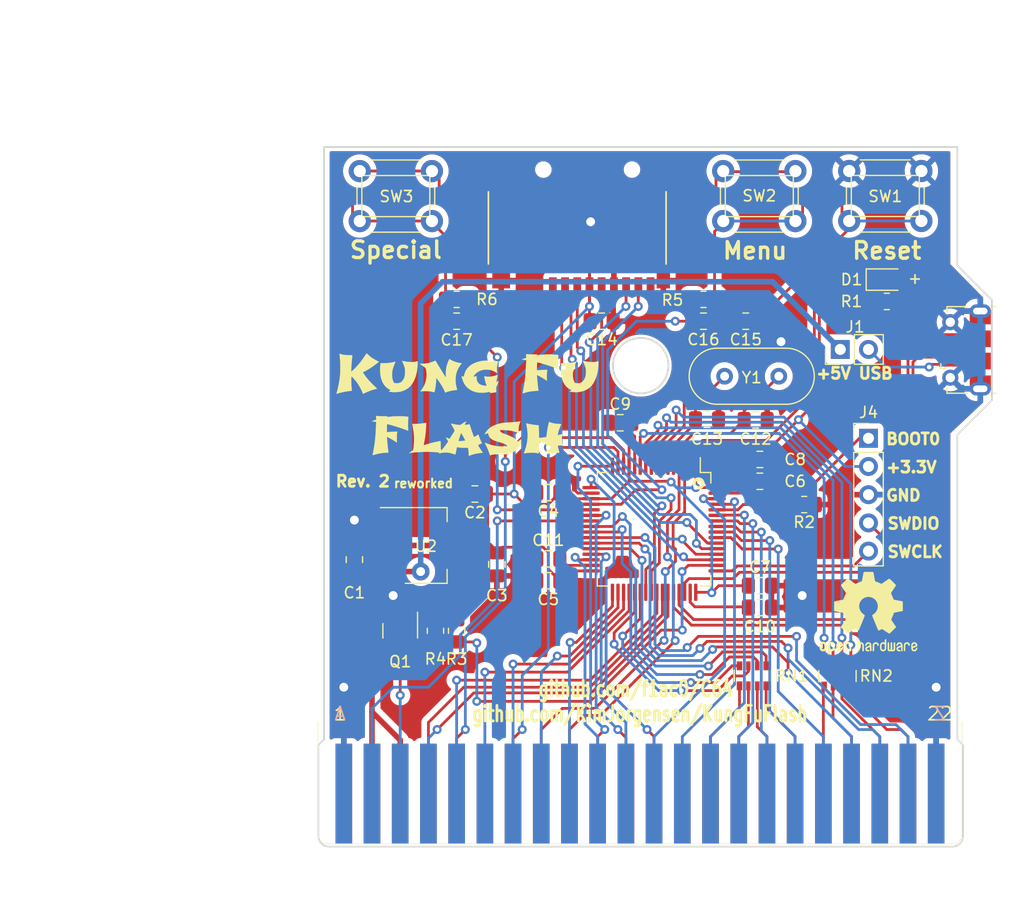
<source format=kicad_pcb>
(kicad_pcb (version 20221018) (generator pcbnew)
  (title_block (title "Kung Fu Flash reworked") (date "2023-06-02") (rev "2") (company "reworked PCB by FLACO 2023 based on design by Kim Jorgensen") (comment 1 "open hardware license") (comment 2 "github.com/f1ac0/C64") (comment 3 "github.com/KimJorgensen/KungFuFlash") (comment 4 "I changed the footprints for the parts I had in stock, updated the routing to suit my style"))
  (layers (0 "F.Cu" signal) (31 "B.Cu" signal) (34 "B.Paste" user) (35 "F.Paste" user) (36 "B.SilkS" user "B.Silkscreen") (37 "F.SilkS" user "F.Silkscreen") (38 "B.Mask" user) (39 "F.Mask" user) (44 "Edge.Cuts" user))
  (net 0 "")
  (net 1 "GND")
  (net 2 "/SD_CK")
  (net 3 "+3V3")
  (net 4 "/SD_D2")
  (net 5 "/SD_D3")
  (net 6 "/SD_CMD")
  (net 7 "/~{IRQ}")
  (net 8 "/R~{W}")
  (net 9 "/~{IO1}")
  (net 10 "/~{GAME}")
  (net 11 "/~{EXROM}")
  (net 12 "/~{IO2}")
  (net 13 "/~{ROML}")
  (net 14 "/CD7")
  (net 15 "/BA")
  (net 16 "+5V")
  (net 17 "/CD6")
  (net 18 "/CD5")
  (net 19 "/CD4")
  (net 20 "/CD3")
  (net 21 "/CD2")
  (net 22 "/CD1")
  (net 23 "/CD0")
  (net 24 "/A15")
  (net 25 "/A14")
  (net 26 "/A13")
  (net 27 "/A12")
  (net 28 "/A11")
  (net 29 "/A10")
  (net 30 "/~{ROMH}")
  (net 31 "/~{RESET}")
  (net 32 "/~{NMI}")
  (net 33 "/PHI2")
  (net 34 "/A4")
  (net 35 "/A3")
  (net 36 "/A2")
  (net 37 "/A1")
  (net 38 "/A0")
  (net 39 "/A7")
  (net 40 "/A6")
  (net 41 "/A5")
  (net 42 "/A8")
  (net 43 "/A9")
  (net 44 "/D2")
  (net 45 "/D3")
  (net 46 "/D1")
  (net 47 "/D0")
  (net 48 "/D4")
  (net 49 "/D5")
  (net 50 "/D7")
  (net 51 "/D6")
  (net 52 "Net-(U4-PH0)")
  (net 53 "/~{RST_O}")
  (net 54 "/BOOT0")
  (net 55 "Net-(U4-PH1)")
  (net 56 "/~{LED}")
  (net 57 "/~{RST}")
  (net 58 "/MENU")
  (net 59 "/SPECIAL")
  (net 60 "/SD_D0")
  (net 61 "/SD_D1")
  (net 62 "/USB_DM")
  (net 63 "/USB_DP")
  (net 64 "/SWDIO")
  (net 65 "/SWCLK")
  (net 66 "+5C")
  (net 67 "Net-(R5-Pad1)")
  (net 68 "Net-(R6-Pad1)")
  (net 69 "Net-(U4-VCAP_1)")
  (net 70 "Net-(U4-VCAP_2)")
  (net 71 "Net-(D1-A)")
  (net 73 "Net-(Q1-B)")
  (footprint "Button_Switch_THT:SW_PUSH_6mm_H8mm" (layer "F.Cu") (at 112.3315 70.3665)
    (fp_text reference "SW2")
    (fp_text value "Menu")
  )
  (footprint "Capacitor_SMD:C_0805_2012Metric_Pad1.18x1.45mm_HandSolder" (layer "F.Cu") (at 96.5835 99.314 180)
    (fp_text reference "C4")
    (fp_text value "100n")
  )
  (footprint "Capacitor_SMD:C_0805_2012Metric_Pad1.18x1.45mm_HandSolder" (layer "F.Cu") (at 96.5835 107.2515 180)
    (fp_text reference "C5")
    (fp_text value "100n")
  )
  (footprint "Crystal:Crystal_HC49-U_Vertical" (layer "F.Cu") (at 117.3385 88.8365 180)
    (fp_text reference "Y1")
    (fp_text value "8MHz")
  )
  (footprint "Capacitor_SMD:C_0805_2012Metric_Pad1.18x1.45mm_HandSolder" (layer "F.Cu") (at 115.6335 98.298)
    (fp_text reference "C6")
    (fp_text value "100n")
  )
  (footprint "Capacitor_SMD:C_0805_2012Metric_Pad1.18x1.45mm_HandSolder" (layer "F.Cu") (at 110.871 92.71)
    (fp_text reference "C13")
    (fp_text value "20p")
  )
  (footprint "Capacitor_SMD:C_0805_2012Metric_Pad1.18x1.45mm_HandSolder" (layer "F.Cu") (at 115.6335 109.6645)
    (fp_text reference "C10")
    (fp_text value "2.2u")
  )
  (footprint "Capacitor_SMD:C_0805_2012Metric_Pad1.18x1.45mm_HandSolder" (layer "F.Cu") (at 115.2525 92.7735 180)
    (fp_text reference "C12")
    (fp_text value "20p")
  )
  (footprint "Resistor_SMD:R_0805_2012Metric_Pad1.20x1.40mm_HandSolder" (layer "F.Cu") (at 119.625 100.3935)
    (fp_text reference "R2")
    (fp_text value "10k")
  )
  (footprint "Capacitor_SMD:C_0805_2012Metric_Pad1.18x1.45mm_HandSolder" (layer "F.Cu") (at 96.5835 105.283)
    (fp_text reference "C11")
    (fp_text value "2.2u")
  )
  (footprint "Capacitor_SMD:C_0805_2012Metric_Pad1.18x1.45mm_HandSolder" (layer "F.Cu") (at 103.0605 93.0275)
    (fp_text reference "C9")
    (fp_text value "100n")
  )
  (footprint "Capacitor_SMD:C_0805_2012Metric_Pad1.18x1.45mm_HandSolder" (layer "F.Cu") (at 115.6335 96.3295)
    (fp_text reference "C8")
    (fp_text value "100n")
  )
  (footprint "LED_SMD:LED_0805_2012Metric_Pad1.15x1.40mm_HandSolder" (layer "F.Cu") (at 127.0635 80.137)
    (fp_text reference "D1")
    (fp_text value "LED")
  )
  (footprint "Button_Switch_THT:SW_PUSH_6mm_H8mm" (layer "F.Cu") (at 79.606 70.3665)
    (fp_text reference "SW3")
    (fp_text value "Special")
  )
  (footprint "Resistor_SMD:R_Array_Convex_4x0603" (layer "F.Cu") (at 122.6185 115.835 90)
    (fp_text reference "RN2")
    (fp_text value "100R")
  )
  (footprint "Resistor_SMD:R_Array_Convex_4x0603" (layer "F.Cu") (at 114.9985 115.813 90)
    (fp_text reference "RN1")
    (fp_text value "100R")
  )
  (footprint "Resistor_SMD:R_0805_2012Metric_Pad1.20x1.40mm_HandSolder" (layer "F.Cu") (at 88.3285 81.915)
    (fp_text reference "R6")
    (fp_text value "510R")
  )
  (footprint "Resistor_SMD:R_0805_2012Metric_Pad1.20x1.40mm_HandSolder" (layer "F.Cu") (at 86.4235 111.76 -90)
    (fp_text reference "R4")
    (fp_text value "510R")
  )
  (footprint "Resistor_SMD:R_0805_2012Metric_Pad1.20x1.40mm_HandSolder" (layer "F.Cu") (at 88.3285 111.76 -90)
    (fp_text reference "R3")
    (fp_text value "10k")
  )
  (footprint "Resistor_SMD:R_0805_2012Metric_Pad1.20x1.40mm_HandSolder" (layer "F.Cu") (at 127.0635 82.1055 180)
    (fp_text reference "R1")
    (fp_text value "510R")
  )
  (footprint "Package_TO_SOT_SMD:SOT-23" (layer "F.Cu") (at 83.2485 111.76 -90)
    (fp_text reference "Q1")
    (fp_text value "BC817")
  )
  (footprint "Package_TO_SOT_SMD:SOT-223-3_TabPin2" (layer "F.Cu") (at 85.5595 104.0765)
    (fp_text reference "U2")
    (fp_text value "AMS1117-3.3")
  )
  (footprint "Connector_PinHeader_2.54mm:PinHeader_1x02_P2.54mm_Vertical" (layer "F.Cu") (at 122.8725 86.4235 90)
    (fp_text reference "J1")
    (fp_text value "USB Power")
  )
  (footprint "Capacitor_SMD:C_0805_2012Metric_Pad1.18x1.45mm_HandSolder" (layer "F.Cu") (at 79.121 105.3465 90)
    (fp_text reference "C1")
    (fp_text value "10u")
  )
  (footprint "Capacitor_SMD:C_0805_2012Metric_Pad1.18x1.45mm_HandSolder" (layer "F.Cu") (at 89.9705 99.441 180)
    (fp_text reference "C2")
    (fp_text value "10u")
  )
  (footprint "Capacitor_SMD:C_0805_2012Metric_Pad1.18x1.45mm_HandSolder" (layer "F.Cu") (at 114.3635 83.8835 180)
    (fp_text reference "C15")
    (fp_text value "100n")
  )
  (footprint "Capacitor_SMD:C_0805_2012Metric_Pad1.18x1.45mm_HandSolder" (layer "F.Cu") (at 91.948 105.777 -90)
    (fp_text reference "C3")
    (fp_text value "100n")
  )
  (footprint "Capacitor_SMD:C_0805_2012Metric_Pad1.18x1.45mm_HandSolder" (layer "F.Cu") (at 101.3835 83.8835)
    (fp_text reference "C14")
    (fp_text value "100n")
  )
  (footprint "Button_Switch_THT:SW_PUSH_6mm_H8mm" (layer "F.Cu") (at 123.675 70.358)
    (fp_text reference "SW1")
    (fp_text value "Reset")
  )
  (footprint "Capacitor_SMD:C_0805_2012Metric_Pad1.18x1.45mm_HandSolder" (layer "F.Cu") (at 110.5535 83.8835)
    (fp_text reference "C16")
    (fp_text value "100n")
  )
  (footprint "Capacitor_SMD:C_0805_2012Metric_Pad1.18x1.45mm_HandSolder" (layer "F.Cu") (at 88.3285 83.8835 180)
    (fp_text reference "C17")
    (fp_text value "100n")
  )
  (footprint "Resistor_SMD:R_0805_2012Metric_Pad1.20x1.40mm_HandSolder" (layer "F.Cu") (at 110.5535 81.915 180)
    (fp_text reference "R5")
    (fp_text value "510R")
  )
  (footprint "Capacitor_SMD:C_0805_2012Metric_Pad1.18x1.45mm_HandSolder" (layer "F.Cu") (at 115.6335 107.696)
    (fp_text reference "C7")
    (fp_text value "100n")
  )
  (footprint "mod:Kung_Fu_Flash_Logo" (layer "F.Cu") (at 89.281 91.3765)
    (fp_text reference "G***" hide)
    (fp_text value "LOGO" hide)
  )
  (footprint "Connector_PinHeader_2.54mm:PinHeader_1x05_P2.54mm_Vertical" (layer "F.Cu") (at 125.4125 94.4245)
    (fp_text reference "J4")
    (fp_text value "SWD")
  )
  (footprint "Connector_USB:USB_Micro-B_Molex-105017-0001" (layer "F.Cu") (at 134.241 86.468 90)
    (fp_text reference "J2" hide)
    (fp_text value "USB_B_Micro")
  )
  (footprint "Symbol:OSHW-Logo2_9.8x8mm_SilkScreen" (layer "F.Cu") (at 125.4125 110.1725)
    (fp_text reference "REF**" hide)
    (fp_text value "OSHW-Logo2_9.8x8mm_SilkScreen" hide)
  )
  (footprint "Sassa:C64_Expansion_2x22_P2.54mm" (layer "F.Cu") (at 104.8385 130.9285 180)
    (fp_text reference "U1" hide)
    (fp_text value "C64_Expansion_port" hide)
  )
  (footprint "Button_Switch_SMD:SW_SPST_CK_RS282G05A3" (layer "F.Cu") (at 126.925 72.608 180)
    (fp_text reference "SW4" hide)
    (fp_text value "Reset")
  )
  (footprint "Sassa:TFP09-2-12B_larger_pad" (layer "F.Cu") (at 99.189 80.231 180)
    (fp_text reference "J3" hide)
    (fp_text value "Micro_SD_Card")
  )
  (footprint "Package_QFP:LQFP-64_10x10mm_P0.5mm" (layer "F.Cu") (at 106.1085 102.616 -90)
    (fp_text reference "U4" hide)
    (fp_text value "STM32F405RGTx")
  )
  (footprint "Button_Switch_SMD:SW_SPST_CK_RS282G05A3" (layer "F.Cu") (at 82.856 72.6165 180)
    (fp_text reference "SW6" hide)
    (fp_text value "Special")
  )
  (footprint "Button_Switch_SMD:SW_SPST_CK_RS282G05A3" (layer "F.Cu") (at 115.5815 72.6165)
    (fp_text reference "SW5" hide)
    (fp_text value "Menu")
  )
  (gr_circle (center 110.109 98.4885) (end 110.509 98.4885) (stroke (width 0.3)) (fill none) (layer "F.SilkS"))
  (gr_line (start 133.9215 122.047) (end 133.9215 130.2385) (stroke (width 0.15)) (layer "Edge.Cuts"))
  (gr_line (start 133.4135 68.199) (end 133.4135 78.867) (stroke (width 0.15)) (layer "Edge.Cuts"))
  (gr_line (start 133.4135 94.107) (end 133.4135 121.539) (stroke (width 0.15)) (layer "Edge.Cuts"))
  (gr_line (start 75.8825 130.2385) (end 75.8825 122.047) (stroke (width 0.15)) (layer "Edge.Cuts"))
  (gr_line (start 132.969 131.191) (end 76.835 131.191) (stroke (width 0.15)) (layer "Edge.Cuts"))
  (gr_line (start 76.3905 68.199) (end 133.4135 68.199) (stroke (width 0.15)) (layer "Edge.Cuts"))
  (gr_line (start 76.3905 121.539) (end 76.3905 68.199) (stroke (width 0.15)) (layer "Edge.Cuts"))
  (gr_line (start 136.525 90.9955) (end 133.4135 94.107) (stroke (width 0.15)) (layer "Edge.Cuts"))
  (gr_arc (start 133.9215 130.2385) (mid 133.642519 130.912019) (end 132.969 131.191) (stroke (width 0.15)) (layer "Edge.Cuts"))
  (gr_line (start 133.9215 122.047) (end 133.4135 121.539) (stroke (width 0.15)) (layer "Edge.Cuts"))
  (gr_line (start 136.525 81.9785) (end 136.525 90.9955) (stroke (width 0.15)) (layer "Edge.Cuts"))
  (gr_arc (start 76.835 131.191) (mid 76.161481 130.912019) (end 75.8825 130.2385) (stroke (width 0.15)) (layer "Edge.Cuts"))
  (gr_circle (center 104.902 87.884) (end 102.4255 87.5665) (stroke (width 0.15)) (fill none) (layer "Edge.Cuts"))
  (gr_line (start 75.8825 122.047) (end 76.3905 121.539) (stroke (width 0.15)) (layer "Edge.Cuts"))
  (gr_line (start 133.4135 78.867) (end 136.525 81.9785) (stroke (width 0.15)) (layer "Edge.Cuts"))
  (gr_text "github.com/f1ac0/C64 \ngithub.com/KimJorgensen/KungFuFlash" (at 104.8385 118.11) (layer "F.SilkS") (effects (font (size 1.4 1) (thickness 0.25))))
  (gr_text "SWCLK" (at 127 104.648) (layer "F.SilkS") (effects (font (size 1 1) (thickness 0.25)) (justify left)))
  (gr_text "Rev. 2" (at 79.883 98.298) (layer "F.SilkS") (effects (font (size 1 1) (thickness 0.25))))
  (gr_text "GND" (at 126.8735 99.568) (layer "F.SilkS") (effects (font (size 1 1) (thickness 0.25)) (justify left)))
  (gr_text "Menu" (at 112.141 77.5335) (layer "F.SilkS") (effects (font (size 1.5 1.5) (thickness 0.3)) (justify left)))
  (gr_text "+3.3V" (at 126.873 97.028) (layer "F.SilkS") (effects (font (size 1 1) (thickness 0.25)) (justify left)))
  (gr_text "Special" (at 78.5495 77.47) (layer "F.SilkS") (effects (font (size 1.5 1.5) (thickness 0.3)) (justify left)))
  (gr_text "+" (at 129.6035 80.01) (layer "F.SilkS") (effects (font (size 1 1))))
  (gr_text "SWDIO" (at 127 102.108) (layer "F.SilkS") (effects (font (size 1 1) (thickness 0.25)) (justify left)))
  (gr_text "+5V USB" (at 120.5865 88.5825) (layer "F.SilkS") (effects (font (size 1 1) (thickness 0.25)) (justify left)))
  (gr_text "BOOT0" (at 126.873 94.488) (layer "F.SilkS") (effects (font (size 1 1) (thickness 0.25)) (justify left)))
  (gr_text "reworked" (at 85.344 98.4885) (layer "F.SilkS") (effects (font (size 0.8 0.8) (thickness 0.18) bold)))
  (gr_text "Reset" (at 127.0635 77.5335) (layer "F.SilkS") (effects (font (size 1.5 1.5) (thickness 0.3))))
  (segment (start 115.428 99.366) (end 116.496 98.298) (width 0.25) (layer "F.Cu") (net 1))
  (segment (start 100.4335 99.366) (end 99.239 99.366) (width 0.25) (layer "F.Cu") (net 1))
  (segment (start 111.7835 99.366) (end 115.428 99.366) (width 0.25) (layer "F.Cu") (net 1))
  (segment (start 104.3585 94.255493) (end 104.098 93.994993) (width 0.25) (layer "F.Cu") (net 1))
  (segment (start 99.239 99.366) (end 98.933 99.06) (width 0.25) (layer "F.Cu") (net 1))
  (segment (start 78.1685 126.4285) (end 78.1685 119.38) (width 0.5) (layer "F.Cu") (net 1))
  (segment (start 132.7785 85.168) (end 130.253 85.168) (width 0.25) (layer "F.Cu") (net 1))
  (segment (start 104.3585 96.941) (end 104.3585 94.255493) (width 0.25) (layer "F.Cu") (net 1))
  (segment (start 104.098 93.994993) (end 104.098 93.0275) (width 0.25) (layer "F.Cu") (net 1))
  (segment (start 131.5085 126.4285) (end 131.5085 119.38) (width 0.5) (layer "F.Cu") (net 1))
  (via (at 79.121 101.7905) (size 1.6) (drill 0.8) (layers "F.Cu" "B.Cu") (net 1))
  (via (at 100.3935 74.93) (size 1.6) (drill 0.8) (layers "F.Cu" "B.Cu") (net 1))
  (via (at 82.6135 108.585) (size 1.6) (drill 0.8) (layers "F.Cu" "B.Cu") (net 1))
  (via (at 119.4435 108.585) (size 1.6) (drill 0.8) (layers "F.Cu" "B.Cu") (net 1))
  (via (at 78.1685 116.84) (size 1.6) (drill 0.8) (layers "F.Cu" "B.Cu") (net 1))
  (via (at 131.5085 116.84) (size 1.6) (drill 0.8) (layers "F.Cu" "B.Cu") (net 1))
  (via (at 117.5385 85.725) (size 1.6) (drill 0.8) (layers "F.Cu" "B.Cu") (net 1))
  (segment (start 78.1685 126.4285) (end 78.1685 119.38) (width 0.5) (layer "B.Cu") (net 1))
  (segment (start 131.5085 126.4285) (end 131.5085 119.38) (width 0.5) (layer "B.Cu") (net 1))
  (segment (start 100.2665 85.7885) (end 101.384 84.671) (width 0.25) (layer "F.Cu") (net 2))
  (segment (start 101.384 84.671) (end 101.384 80.736) (width 0.25) (layer "F.Cu") (net 2))
  (segment (start 110.39384 104.366) (end 111.7835 104.366) (width 0.25) (layer "F.Cu") (net 2))
  (segment (start 101.389 80.731) (end 101.384 80.731) (width 0.25) (layer "F.Cu") (net 2))
  (segment (start 109.91384 103.886) (end 110.39384 104.366) (width 0.25) (layer "F.Cu") (net 2))
  (segment (start 101.384 80.736) (end 101.389 80.731) (width 0.25) (layer "F.Cu") (net 2))
  (via (at 100.2665 85.7885) (size 0.8) (drill 0.4) (layers "F.Cu" "B.Cu") (net 2))
  (via (at 109.91384 103.886) (size 0.8) (drill 0.4) (layers "F.Cu" "B.Cu") (net 2))
  (segment (start 100.411745 95.137057) (end 106.557188 101.2825) (width 0.25) (layer "B.Cu") (net 2))
  (segment (start 109.91384 101.83539) (end 109.91384 103.886) (width 0.25) (layer "B.Cu") (net 2))
  (segment (start 106.557188 101.2825) (end 109.36095 101.2825) (width 0.25) (layer "B.Cu") (net 2))
  (segment (start 100.2665 85.7885) (end 100.411745 85.933745) (width 0.25) (layer "B.Cu") (net 2))
  (segment (start 109.36095 101.2825) (end 109.91384 101.83539) (width 0.25) (layer "B.Cu") (net 2))
  (segment (start 100.411745 85.933745) (end 100.411745 95.137057) (width 0.25) (layer "B.Cu") (net 2))
  (segment (start 100.289 82.55) (end 100.289 78.8895) (width 0.25) (layer "F.Cu") (net 3))
  (segment (start 97.621 107.2515) (end 96.5835 106.214) (width 0.25) (layer "F.Cu") (net 3))
  (segment (start 114.596 98.298) (end 114.596 96.3295) (width 0.25) (layer "F.Cu") (net 3))
  (segment (start 115.8605 95.065) (end 116.792204 95.065) (width 0.25) (layer "F.Cu") (net 3))
  (segment (start 103.8585 96.941) (end 103.8585 94.863) (width 0.25) (layer "F.Cu") (net 3))
  (segment (start 100.289 78.8895) (end 95.25 73.8505) (width 0.25) (layer "F.Cu") (net 3))
  (segment (start 88.7095 104.0765) (end 90.932 104.0765) (width 0.5) (layer "F.Cu") (net 3))
  (segment (start 94.437 100.368) (end 96.567 100.368) (width 0.25) (layer "F.Cu") (net 3))
  (segment (start 79.502 70.358) (end 86.002 70.358) (width 0.25) (layer "F.Cu") (net 3))
  (segment (start 91.285 104.0765) (end 90.932 104.0765) (width 0.5) (layer "F.Cu") (net 3))
  (segment (start 100.289 83.8265) (end 100.346 83.8835) (width 0.25) (layer "F.Cu") (net 3))
  (segment (start 100.289 82.55) (end 100.284 82.545) (width 0.25) (layer "F.Cu") (net 3))
  (segment (start 118.9355 70.4215) (end 112.3865 70.4215) (width 0.25) (layer "F.Cu") (net 3))
  (segment (start 103.875878 98.293221) (end 103.8585 98.275843) (width 0.25) (layer "F.Cu") (net 3))
  (segment (start 87.99 73.8505) (end 86.756 72.6165) (width 0.25) (layer "F.Cu") (net 3))
  (segment (start 93.51 99.441) (end 94.437 100.368) (width 0.25) (layer "F.Cu") (net 3))
  (segment (start 119.104852 92.752352) (end 120.985604 90.8716) (width 0.25) (layer "F.Cu") (net 3))
  (segment (start 96.5835 106.214) (end 96.5835 104.694827) (width 0.25) (layer "F.Cu") (net 3))
  (segment (start 98.173 99.866) (end 100.4335 99.866) (width 0.25) (layer "F.Cu") (net 3))
  (segment (start 103.8585 98.275843) (end 103.8585 96.941) (width 0.25) (layer "F.Cu") (net 3))
  (segment (start 91.6025 104.7395) (end 90.678 105.664) (width 0.25) (layer "F.Cu") (net 3))
  (segment (start 96.5835 104.694827) (end 96.121673 104.233) (width 0.25) (layer "F.Cu") (net 3))
  (segment (start 90.9955 99.4535) (end 91.008 99.441) (width 0.5) (layer "F.Cu") (net 3))
  (segment (start 100.4335 99.866) (end 102.268343 99.866) (width 0.25) (layer "F.Cu") (net 3))
  (segment (start 102.268343 99.866) (end 103.8585 98.275843) (width 0.25) (layer "F.Cu") (net 3))
  (segment (start 107.634 98.362508) (end 107.564713 98.293221) (width 0.25) (layer "F.Cu") (net 3))
  (segment (start 116.792204 95.065) (end 119.104852 92.752352) (width 0.25) (layer "F.Cu") (net 3))
  (segment (start 98.5065 106.366) (end 97.621 107.2515) (width 0.25) (layer "F.Cu") (net 3))
  (segment (start 86.756 71.0165) (end 86.106 70.3665) (width 0.25) (layer "F.Cu") (net 3))
  (segment (start 82.4095 104.0765) (end 88.7095 104.0765) (width 0.5) (layer "F.Cu") (net 3))
  (segment (start 111.261764 108.291) (end 109.8585 108.291) (width 0.25) (layer "F.Cu") (net 3))
  (segment (start 95.25 73.8505) (end 87.99 73.8505) (width 0.25) (layer "F.Cu") (net 3))
  (segment (start 100.284 78.8495) (end 100.284 78.8845) (width 0.25) (layer "F.Cu") (net 3))
  (segment (start 109.8585 96.941) (end 109.8985 96.901) (width 0.25) (layer "F.Cu") (net 3))
  (segment (start 109.8585 98.866) (end 109.8585 96.941) (width 0.25) (layer "F.Cu") (net 3))
  (segment (start 120.985604 90.8716) (end 120.985604 82.912896) (width 0.25) (layer "F.Cu") (net 3))
  (segment (start 100.284 82.545) (end 100.284 78.8845) (width 0.25) (layer "F.Cu") (net 3))
  (segment (start 103.8585 94.863) (end 102.023 93.0275) (width 0.25) (layer "F.Cu") (net 3))
  (segment (start 100.289 80.731) (end 100.284 80.726) (width 0.25) (layer "F.Cu") (net 3))
  (segment (start 105.283 73.8505) (end 100.284 78.8495) (width 0.25) (layer "F.Cu") (net 3))
  (segment (start 91.008 99.441) (end 93.51 99.441) (width 0.25) (layer "F.Cu") (net 3))
  (segment (start 112.3315 70.3665) (end 111.6815 71.0165) (width 0.25) (layer "F.Cu") (net 3))
  (segment (start 114.0245 96.901) (end 115.8605 95.065) (width 0.25) (layer "F.Cu") (net 3))
  (segment (start 92.4545 104.233) (end 91.948 104.7395) (width 0.25) (layer "F.Cu") (net 3))
  (segment (start 100.289 80.731) (end 100.289 83.8265) (width 0.25) (layer "F.Cu") (net 3))
  (segment (start 112.3865 70.4215) (end 112.3315 70.3665) (width 0.25) (layer "F.Cu") (net 3))
  (segment (start 111.6815 71.0165) (end 111.6815 72.6165) (width 0.25) (layer "F.Cu") (net 3))
  (segment (start 111.301764 108.331) (end 111.936764 107.696) (width 0.25) (layer "F.Cu") (net 3))
  (segment (start 109.8985 96.901) (end 114.0245 96.901) (width 0.25) (layer "F.Cu") (net 3))
  (segment (start 97.621 99.314) (end 98.173 99.866) (width 0.25) (layer "F.Cu") (net 3))
  (segment (start 90.678 105.664) (end 90.678 108.4105) (width 0.25) (layer "F.Cu") (net 3))
  (segment (start 86.756 72.6165) (end 86.756 71.0165) (width 0.25) (layer "F.Cu") (net 3))
  (segment (start 100.4335 106.366) (end 98.5065 106.366) (width 0.25) (layer "F.Cu") (net 3))
  (segment (start 90.678 108.4105) (end 88.3285 110.76) (width 0.25) (layer "F.Cu") (net 3))
  (segment (start 121.793 82.1055) (end 126.0635 82.1055) (width 0.25) (layer "F.Cu") (net 3))
  (segment (start 91.948 104.7395) (end 91.6025 104.7395) (width 0.25) (layer "F.Cu") (net 3))
  (segment (start 111.936764 107.696) (end 114.596 107.696) (width 0.25) (layer "F.Cu") (net 3))
  (segment (start 100.284 80.726) (end 100.284 78.8845) (width 0.25) (layer "F.Cu") (net 3))
  (segment (start 107.564713 98.293221) (end 103.875878 98.293221) (width 0.25) (layer "F.Cu") (net 3))
  (segment (start 114.028 98.866) (end 114.596 98.298) (width 0.25) (layer "F.Cu") (net 3))
  (segment (start 90.9955 104.013) (end 90.9955 99.4535) (width 0.5) (layer "F.Cu") (net 3))
  (segment (start 111.7835 98.866) (end 109.8585 98.866) (width 0.25) (layer "F.Cu") (net 3))
  (segment (start 111.6815 72.6165) (end 110.4475 73.8505) (width 0.25) (layer "F.Cu") (net 3))
  (segment (start 111.301764 108.331) (end 111.261764 108.291) (width 0.25) (layer "F.Cu") (net 3))
  (segment (start 96.567 100.368) (end 97.621 99.314) (width 0.25) (layer "F.Cu") (net 3))
  (segment (start 96.121673 104.233) (end 92.4545 104.233) (width 0.25) (layer "F.Cu") (net 3))
  (segment (start 91.948 104.7395) (end 91.285 104.0765) (width 0.5) (layer "F.Cu") (net 3))
  (segment (start 90.9955 104.013) (end 90.932 104.0765) (width 0.25) (layer "F.Cu") (net 3))
  (segment (start 111.7835 98.866) (end 114.028 98.866) (width 0.25) (layer "F.Cu") (net 3))
  (segment (start 110.4475 73.8505) (end 105.283 73.8505) (width 0.25) (layer "F.Cu") (net 3))
  (segment (start 120.985604 82.912896) (end 121.793 82.1055) (width 0.25) (layer "F.Cu") (net 3))
  (via (at 119.104852 92.752352) (size 0.8) (drill 0.4) (layers "F.Cu" "B.Cu") (net 3))
  (via (at 111.301764 108.331) (size 0.8) (drill 0.4) (layers "F.Cu" "B.Cu") (net 3))
  (via (at 107.634 98.362508) (size 0.8) (drill 0.4) (layers "F.Cu" "B.Cu") (net 3))
  (via (at 109.8585 98.866) (size 0.8) (drill 0.4) (layers "F.Cu" "B.Cu") (net 3))
  (via (at 93.51 99.441) (size 0.8) (drill 0.4) (layers "F.Cu" "B.Cu") (net 3))
  (via (at 100.289 82.55) (size 0.8) (drill 0.4) (layers "F.Cu" "B.Cu") (net 3))
  (segment (start 123.317 96.9645) (end 125.4125 96.9645) (width 0.25) (layer "B.Cu") (net 3))
  (segment (start 108.153097 98.881605) (end 107.634 98.362508) (width 0.25) (layer "B.Cu") (net 3))
  (segment (start 107.634 98.362508) (end 111.301764 102.030272) (width 0.25) (layer "B.Cu") (net 3))
  (segment (start 109.842895 98.881605) (end 108.153097 98.881605) (width 0.25) (layer "B.Cu") (net 3))
  (segment (start 109.8585 98.866) (end 109.842895 98.881605) (width 0.25) (layer "B.Cu") (net 3))
  (segment (start 93.51 89.329) (end 93.51 99.441) (width 0.25) (layer "B.Cu") (net 3))
  (segment (start 119.104852 92.752352) (end 123.317 96.9645) (width 0.25) (layer "B.Cu") (net 3))
  (segment (start 111.301764 102.030272) (end 111.301764 108.331) (width 0.25) (layer "B.Cu") (net 3))
  (segment (start 100.289 82.55) (end 93.51 89.329) (width 0.25) (layer "B.Cu") (net 3))
  (segment (start 96.989 82.003) (end 96.989 80.731) (width 0.25) (layer "F.Cu") (net 4))
  (segment (start 97.79 87.884) (end 97.79 82.804) (width 0.25) (layer "F.Cu") (net 4))
  (segment (start 108.758989 105.093272) (end 109.031717 105.366) (width 0.25) (layer "F.Cu") (net 4))
  (segment (start 109.031717 105.366) (end 111.7835 105.366) (width 0.25) (layer "F.Cu") (net 4))
  (segment (start 97.9805 88.0745) (end 97.79 87.884) (width 0.25) (layer "F.Cu") (net 4))
  (segment (start 97.79 82.804) (end 96.989 82.003) (width 0.25) (layer "F.Cu") (net 4))
  (via (at 108.758989 105.093272) (size 0.8) (drill 0.4) (layers "F.Cu" "B.Cu") (net 4))
  (via (at 97.9805 88.0745) (size 0.8) (drill 0.4) (layers "F.Cu" "B.Cu") (net 4))
  (segment (start 97.9805 88.0745) (end 98.4885 88.5825) (width 0.25) (layer "B.Cu") (net 4))
  (segment (start 98.4885 88.5825) (end 98.4885 95.123) (width 0.25) (layer "B.Cu") (net 4))
  (segment (start 108.458772 105.093272) (end 108.758989 105.093272) (width 0.25) (layer "B.Cu") (net 4))
  (segment (start 98.4885 95.123) (end 108.458772 105.093272) (width 0.25) (layer "B.Cu") (net 4))
  (segment (start 98.7425 87.3125) (end 98.624104 87.194104) (width 0.25) (layer "F.Cu") (net 5))
  (segment (start 108.6485 103.505) (end 108.6485 103.645965) (width 0.25) (layer "F.Cu") (net 5))
  (segment (start 98.089 82.087) (end 98.089 80.731) (width 0.25) (layer "F.Cu") (net 5))
  (segment (start 98.624104 87.194104) (end 98.624104 82.622104) (width 0.25) (layer "F.Cu") (net 5))
  (segment (start 108.6485 103.645965) (end 109.868535 104.866) (width 0.25) (layer "F.Cu") (net 5))
  (segment (start 98.624104 82.622104) (end 98.089 82.087) (width 0.25) (layer "F.Cu") (net 5))
  (segment (start 109.868535 104.866) (end 111.7835 104.866) (width 0.25) (layer "F.Cu") (net 5))
  (via (at 108.6485 103.505) (size 0.8) (drill 0.4) (layers "F.Cu" "B.Cu") (net 5))
  (via (at 98.7425 87.3125) (size 0.8) (drill 0.4) (layers "F.Cu" "B.Cu") (net 5))
  (segment (start 99.1235 87.6935) (end 99.1235 95.121604) (width 0.25) (layer "B.Cu") (net 5))
  (segment (start 98.7425 87.3125) (end 99.1235 87.6935) (width 0.25) (layer "B.Cu") (net 5))
  (segment (start 107.506896 103.505) (end 108.6485 103.505) (width 0.25) (layer "B.Cu") (net 5))
  (segment (start 99.1235 95.121604) (end 107.506896 103.505) (width 0.25) (layer "B.Cu") (net 5))
  (segment (start 99.189 86.235) (end 99.189 80.736) (width 0.25) (layer "F.Cu") (net 6))
  (segment (start 109.060145 102.007) (end 110.919145 103.866) (width 0.25) (layer "F.Cu") (net 6))
  (segment (start 110.919145 103.866) (end 111.7835 103.866) (width 0.25) (layer "F.Cu") (net 6))
  (segment (start 99.5045 86.5505) (end 99.189 86.235) (width 0.25) (layer "F.Cu") (net 6))
  (via (at 109.060145 102.007) (size 0.8) (drill 0.4) (layers "F.Cu" "B.Cu") (net 6))
  (via (at 99.5045 86.5505) (size 0.8) (drill 0.4) (layers "F.Cu" "B.Cu") (net 6))
  (segment (start 99.747137 86.793137) (end 99.5045 86.5505) (width 0.25) (layer "B.Cu") (net 6))
  (segment (start 99.747137 95.108845) (end 99.747137 86.793137) (width 0.25) (layer "B.Cu") (net 6))
  (segment (start 106.645292 102.007) (end 99.747137 95.108845) (width 0.25) (layer "B.Cu") (net 6))
  (segment (start 109.060145 102.007) (end 106.645292 102.007) (width 0.25) (layer "B.Cu") (net 6))
  (segment (start 85.7885 120.015) (end 85.7885 126.4285) (width 0.25) (layer "F.Cu") (net 7))
  (segment (start 106.8585 110.316396) (end 100.334896 116.84) (width 0.25) (layer "F.Cu") (net 7))
  (segment (start 100.334896 116.84) (end 88.9635 116.84) (width 0.25) (layer "F.Cu") (net 7))
  (segment (start 88.9635 116.84) (end 85.7885 120.015) (width 0.25) (layer "F.Cu") (net 7))
  (segment (start 106.8585 108.291) (end 106.8585 110.316396) (width 0.25) (layer "F.Cu") (net 7))
  (segment (start 103.3585 95.494604) (end 102.224896 94.361) (width 0.25) (layer "F.Cu") (net 8))
  (segment (start 102.224896 94.361) (end 94.234 94.361) (width 0.25) (layer "F.Cu") (net 8))
  (segment (start 94.234 94.361) (end 92.71 95.885) (width 0.25) (layer "F.Cu") (net 8))
  (segment (start 92.71 95.885) (end 92.71 96.52) (width 0.25) (layer "F.Cu") (net 8))
  (segment (start 103.3585 96.941) (end 103.3585 95.494604) (width 0.25) (layer "F.Cu") (net 8))
  (segment (start 88.3285 121.43451) (end 89.11301 120.65) (width 0.25) (layer "F.Cu") (net 8))
  (segment (start 88.3285 126.4285) (end 88.3285 121.43451) (width 0.25) (layer "F.Cu") (net 8))
  (via (at 92.71 96.52) (size 0.8) (drill 0.4) (layers "F.Cu" "B.Cu") (net 8))
  (via (at 89.11301 120.65) (size 0.8) (drill 0.4) (layers "F.Cu" "B.Cu") (net 8))
  (segment (start 92.71 108.712) (end 89.11301 112.30899) (width 0.25) (layer "B.Cu") (net 8))
  (segment (start 89.11301 112.30899) (end 89.11301 120.65) (width 0.25) (layer "B.Cu") (net 8))
  (segment (start 92.71 96.52) (end 92.71 108.712) (width 0.25) (layer "B.Cu") (net 8))
  (segment (start 102.477716 95.250216) (end 102.8585 95.631) (width 0.25) (layer "F.Cu") (net 9))
  (segment (start 96.5835 95.250216) (end 102.477716 95.250216) (width 0.25) (layer "F.Cu") (net 9))
  (segment (start 102.8585 95.631) (end 102.8585 96.941) (width 0.25) (layer "F.Cu") (net 9))
  (segment (start 93.4085 121.475498) (end 94.233998 120.65) (width 0.25) (layer "F.Cu") (net 9))
  (segment (start 93.4085 126.4285) (end 93.4085 121.475498) (width 0.25) (layer "F.Cu") (net 9))
  (via (at 96.5835 95.250216) (size 0.8) (drill 0.4) (layers "F.Cu" "B.Cu") (net 9))
  (via (at 94.233998 120.65) (size 0.8) (drill 0.4) (layers "F.Cu" "B.Cu") (net 9))
  (segment (start 94.233998 115.760502) (end 94.233998 120.65) (width 0.25) (layer "B.Cu") (net 9))
  (segment (start 96.5835 95.250216) (end 96.5835 113.411) (width 0.25) (layer "B.Cu") (net 9))
  (segment (start 96.5835 113.411) (end 94.233998 115.760502) (width 0.25) (layer "B.Cu") (net 9))
  (segment (start 107.113957 106.426) (end 108.034489 105.505468) (width 0.25) (layer "F.Cu") (net 10))
  (segment (start 97.8535 118.745) (end 95.9485 120.65) (width 0.25) (layer "F.Cu") (net 10))
  (segment (start 95.9485 120.65) (end 95.9485 126.4285) (width 0.25) (layer "F.Cu") (net 10))
  (segment (start 108.034489 105.505468) (end 108.034489 104.417149) (width 0.25) (layer "F.Cu") (net 10))
  (segment (start 100.793393 118.745) (end 97.8535 118.745) (width 0.25) (layer "F.Cu") (net 10))
  (segment (start 108.8585 101.0725) (end 108.8585 96.941) (width 0.25) (layer "F.Cu") (net 10))
  (segment (start 107.823 102.108) (end 108.8585 101.0725) (width 0.25) (layer "F.Cu") (net 10))
  (segment (start 107.009906 112.624353) (end 106.91404 112.624353) (width 0.25) (layer "F.Cu") (net 10))
  (segment (start 106.91404 112.624353) (end 100.793393 118.745) (width 0.25) (layer "F.Cu") (net 10))
  (segment (start 107.823 104.20566) (end 107.823 102.108) (width 0.25) (layer "F.Cu") (net 10))
  (segment (start 108.034489 104.417149) (end 107.823 104.20566) (width 0.25) (layer "F.Cu") (net 10))
  (via (at 107.113957 106.426) (size 0.8) (drill 0.4) (layers "F.Cu" "B.Cu") (net 10))
  (via (at 107.009906 112.624353) (size 0.8) (drill 0.4) (layers "F.Cu" "B.Cu") (net 10))
  (segment (start 107.009906 112.624353) (end 107.113957 112.520302) (width 0.25) (layer "B.Cu") (net 10))
  (segment (start 107.113957 112.520302) (end 107.113957 106.426) (width 0.25) (layer "B.Cu") (net 10))
  (segment (start 107.734906 112.924658) (end 101.279564 119.38) (width 0.25) (layer "F.Cu") (net 11))
  (segment (start 107.734906 112.918996) (end 107.734906 112.924658) (width 0.25) (layer "F.Cu") (net 11))
  (segment (start 101.279564 119.38) (end 99.7585 119.38) (width 0.25) (layer "F.Cu") (net 11))
  (segment (start 108.3585 100.84225) (end 108.3585 96.941) (width 0.25) (layer "F.Cu") (net 11))
  (segment (start 99.7585 119.38) (end 98.4885 120.65) (width 0.25) (layer "F.Cu") (net 11))
  (segment (start 108.009201 112.644701) (end 107.734906 112.918996) (width 0.25) (layer "F.Cu") (net 11))
  (segment (start 107.309489 101.891261) (end 108.3585 100.84225) (width 0.25) (layer "F.Cu") (net 11))
  (segment (start 107.309489 105.0925) (end 107.309489 101.891261) (width 0.25) (layer "F.Cu") (net 11))
  (segment (start 98.4885 120.65) (end 98.4885 126.4285) (width 0.25) (layer "F.Cu") (net 11))
  (via (at 108.009201 112.644701) (size 0.8) (drill 0.4) (layers "F.Cu" "B.Cu") (net 11))
  (via (at 107.309489 105.0925) (size 0.8) (drill 0.4) (layers "F.Cu" "B.Cu") (net 11))
  (segment (start 108.009201 112.644701) (end 107.838957 112.474457) (width 0.25) (layer "B.Cu") (net 11))
  (segment (start 107.838957 112.474457) (end 107.838957 105.621968) (width 0.25) (layer "B.Cu") (net 11))
  (segment (start 107.838957 105.621968) (end 107.309489 105.0925) (width 0.25) (layer "B.Cu") (net 11))
  (segment (start 99.2505 96.941) (end 102.3585 96.941) (width 0.25) (layer "F.Cu") (net 12))
  (segment (start 101.6635 120.65) (end 101.0285 121.285) (width 0.25) (layer "F.Cu") (net 12))
  (segment (start 101.0285 121.285) (end 101.0285 126.4285) (width 0.25) (layer "F.Cu") (net 12))
  (via (at 99.2505 96.941) (size 0.8) (drill 0.4) (layers "F.Cu" "B.Cu") (net 12))
  (via (at 101.6635 120.65) (size 0.8) (drill 0.4) (layers "F.Cu" "B.Cu") (net 12))
  (segment (start 99.2505 98.899) (end 99.2505 96.941) (width 0.25) (layer "B.Cu") (net 12))
  (segment (start 100.3935 100.042) (end 99.2505 98.899) (width 0.25) (layer "B.Cu") (net 12))
  (segment (start 100.3935 119.38) (end 100.3935 100.042) (width 0.25) (layer "B.Cu") (net 12))
  (segment (start 101.6635 120.65) (end 100.3935 119.38) (width 0.25) (layer "B.Cu") (net 12))
  (segment (start 101.768668 101.366) (end 100.4335 101.366) (width 0.25) (layer "F.Cu") (net 13))
  (segment (start 103.5685 121.3745) (end 103.5685 126.4285) (width 0.25) (layer "F.Cu") (net 13))
  (segment (start 102.844 120.65) (end 103.5685 121.3745) (width 0.25) (layer "F.Cu") (net 13))
  (segment (start 101.78413 101.350538) (end 101.768668 101.366) (width 0.25) (layer "F.Cu") (net 13))
  (via (at 102.844 120.65) (size 0.8) (drill 0.4) (layers "F.Cu" "B.Cu") (net 13))
  (via (at 101.78413 101.350538) (size 0.8) (drill 0.4) (layers "F.Cu" "B.Cu") (net 13))
  (segment (start 101.78413 101.350538) (end 100.8905 102.244168) (width 0.25) (layer "B.Cu") (net 13))
  (segment (start 100.8905 118.6965) (end 102.844 120.65) (width 0.25) (layer "B.Cu") (net 13))
  (segment (start 100.8905 102.244168) (end 100.8905 118.6965) (width 0.25) (layer "B.Cu") (net 13))
  (segment (start 111.1885 121.285) (end 113.7985 118.675) (width 0.25) (layer "F.Cu") (net 14))
  (segment (start 111.1885 126.4285) (end 111.1885 121.285) (width 0.25) (layer "F.Cu") (net 14))
  (segment (start 113.7985 118.675) (end 113.7985 116.713) (width 0.25) (layer "F.Cu") (net 14))
  (segment (start 106.1085 121.285) (end 106.1085 126.4285) (width 0.25) (layer "F.Cu") (net 15))
  (segment (start 105.4735 120.65) (end 106.1085 121.285) (width 0.25) (layer "F.Cu") (net 15))
  (segment (start 100.4335 98.1075) (end 100.4335 98.866) (width 0.25) (layer "F.Cu") (net 15))
  (via (at 105.4735 120.65) (size 0.8) (drill 0.4) (layers "F.Cu" "B.Cu") (net 15))
  (via (at 100.4335 98.1075) (size 0.8) (drill 0.4) (layers "F.Cu" "B.Cu") (net 15))
  (segment (start 101.7905 106.39513) (end 101.7905 116.967) (width 0.25) (layer "B.Cu") (net 15))
  (segment (start 100.4335 98.1075) (end 102.50863 100.18263) (width 0.25) (layer "B.Cu") (net 15))
  (segment (start 102.50863 105.677) (end 101.7905 106.39513) (width 0.25) (layer "B.Cu") (net 15))
  (segment (start 101.7905 116.967) (end 105.4735 120.65) (width 0.25) (layer "B.Cu") (net 15))
  (segment (start 102.50863 100.18263) (end 102.50863 105.677) (width 0.25) (layer "B.Cu") (net 15))
  (segment (start 85.09 106.426) (end 82.459 106.426) (width 0.5) (layer "F.Cu") (net 16))
  (segment (start 82.459 106.426) (end 82.4095 106.3765) (width 0.5) (layer "F.Cu") (net 16))
  (segment (start 80.7085 114.935) (end 79.121 113.3475) (width 0.5) (layer "F.Cu") (net 16))
  (segment (start 83.2485 121.6025) (end 80.7085 119.0625) (width 0.5) (layer "F.Cu") (net 16))
  (segment (start 79.121 106.3715) (end 82.4045 106.3715) (width 0.5) (layer "F.Cu") (net 16))
  (segment (start 80.7085 119.0625) (end 80.7085 114.935) (width 0.5) (layer "F.Cu") (net 16))
  (segment (start 80.7085 119.0625) (end 80.7085 126.4285) (width 0.5) (layer "F.Cu") (net 16))
  (segment (start 82.4045 106.3715) (end 82.4095 106.3765) (width 0.5) (layer "F.Cu") (net 16))
  (segment (start 79.121 113.3475) (end 79.121 106.3715) (width 0.5) (layer "F.Cu") (net 16))
  (segment (start 83.2485 126.4285) (end 83.2485 121.6025) (width 0.5) (layer "F.Cu") (net 16))
  (via (at 85.09 106.426) (size 1.6) (drill 0.8) (layers "F.Cu" "B.Cu") (net 16))
  (segment (start 85.09 82.296) (end 85.09 106.426) (width 0.5) (layer "B.Cu") (net 16))
  (segment (start 87.0585 80.3275) (end 85.09 82.296) (width 0.5) (layer "B.Cu") (net 16))
  (segment (start 122.8725 86.4235) (end 116.7765 80.3275) (width 0.5) (layer "B.Cu") (net 16))
  (segment (start 116.7765 80.3275) (end 87.0585 80.3275) (width 0.5) (layer "B.Cu") (net 16))
  (segment (start 113.7285 121.285) (end 114.5985 120.415) (width 0.25) (layer "F.Cu") (net 17))
  (segment (start 114.5985 120.415) (end 114.5985 116.713) (width 0.25) (layer "F.Cu") (net 17))
  (segment (start 113.7285 126.4285) (end 113.7285 121.285) (width 0.25) (layer "F.Cu") (net 17))
  (segment (start 115.3985 120.4045) (end 115.3985 116.713) (width 0.25) (layer "F.Cu") (net 18))
  (segment (start 116.2685 121.2745) (end 115.3985 120.4045) (width 0.25) (layer "F.Cu") (net 18))
  (segment (start 116.2685 126.4285) (end 116.2685 121.2745) (width 0.25) (layer "F.Cu") (net 18))
  (segment (start 118.8085 121.285) (end 118.8085 126.4285) (width 0.25) (layer "F.Cu") (net 19))
  (segment (start 116.1985 118.675) (end 118.8085 121.285) (width 0.25) (layer "F.Cu") (net 19))
  (segment (start 116.1985 116.713) (end 116.1985 118.675) (width 0.25) (layer "F.Cu") (net 19))
  (segment (start 121.3485 116.805) (end 121.3485 126.4285) (width 0.25) (layer "F.Cu") (net 20))
  (segment (start 121.4185 116.735) (end 121.3485 116.805) (width 0.25) (layer "F.Cu") (net 20))
  (segment (start 123.8885 121.285) (end 122.2185 119.615) (width 0.25) (layer "F.Cu") (net 21))
  (segment (start 122.2185 119.615) (end 122.2185 116.735) (width 0.25) (layer "F.Cu") (net 21))
  (segment (start 123.8885 126.4285) (end 123.8885 121.285) (width 0.25) (layer "F.Cu") (net 21))
  (segment (start 123.0185 117.875) (end 126.4285 121.285) (width 0.25) (layer "F.Cu") (net 22))
  (segment (start 126.4285 121.285) (end 126.4285 126.4285) (width 0.25) (layer "F.Cu") (net 22))
  (segment (start 123.0185 116.735) (end 123.0185 117.875) (width 0.25) (layer "F.Cu") (net 22))
  (segment (start 123.8185 116.735) (end 123.8185 117.405) (width 0.25) (layer "F.Cu") (net 23))
  (segment (start 128.3335 120.65) (end 128.9685 121.285) (width 0.25) (layer "F.Cu") (net 23))
  (segment (start 123.8185 117.405) (end 127.0635 120.65) (width 0.25) (layer "F.Cu") (net 23))
  (segment (start 128.9685 121.285) (end 128.9685 126.4285) (width 0.25) (layer "F.Cu") (net 23))
  (segment (start 127.0635 120.65) (end 128.3335 120.65) (width 0.25) (layer "F.Cu") (net 23))
  (segment (start 103.8585 109.947396) (end 103.8585 108.291) (width 0.25) (layer "F.Cu") (net 24))
  (segment (start 90.8685 115.4805) (end 98.325396 115.4805) (width 0.25) (layer "F.Cu") (net 24))
  (segment (start 98.325396 115.4805) (end 103.8585 109.947396) (width 0.25) (layer "F.Cu") (net 24))
  (via (at 90.8685 115.4805) (size 0.8) (drill 0.4) (layers "F.Cu" "B.Cu") (net 24))
  (segment (start 90.8685 115.4805) (end 90.8685 126.061727) (width 0.25) (layer "B.Cu") (net 24))
  (segment (start 90.8685 126.061727) (end 90.928 126.121227) (width 0.25) (layer "B.Cu") (net 24))
  (segment (start 93.4085 114.756) (end 98.4135 114.756) (width 0.25) (layer "F.Cu") (net 25))
  (segment (start 98.4135 114.756) (end 103.3585 109.811) (width 0.25) (layer "F.Cu") (net 25))
  (segment (start 103.3585 109.811) (end 103.3585 108.291) (width 0.25) (layer "F.Cu") (net 25))
  (via (at 93.4085 114.756) (size 0.8) (drill 0.4) (layers "F.Cu" "B.Cu") (net 25))
  (segment (start 93.4085 114.756) (end 93.4085 126.4285) (width 0.25) (layer "B.Cu") (net 25))
  (segment (start 102.8585 109.674604) (end 102.8585 108.291) (width 0.25) (layer "F.Cu") (net 26))
  (segment (start 98.501604 114.0315) (end 102.8585 109.674604) (width 0.25) (layer "F.Cu") (net 26))
  (segment (start 97.391862 114.0315) (end 98.501604 114.0315) (width 0.25) (layer "F.Cu") (net 26))
  (via (at 97.391862 114.0315) (size 0.8) (drill 0.4) (layers "F.Cu" "B.Cu") (net 26))
  (segment (start 97.391862 114.0315) (end 95.9485 115.474862) (width 0.25) (layer "B.Cu") (net 26))
  (segment (start 95.9485 115.474862) (end 95.9485 126.4285) (width 0.25) (layer "B.Cu") (net 26))
  (segment (start 102.3585 109.538208) (end 102.3585 108.291) (width 0.25) (layer "F.Cu") (net 27))
  (segment (start 99.087322 112.809386) (end 102.3585 109.538208) (width 0.25) (layer "F.Cu") (net 27))
  (segment (start 98.548 112.809386) (end 99.087322 112.809386) (width 0.25) (layer "F.Cu") (net 27))
  (via (at 98.548 112.809386) (size 0.8) (drill 0.4) (layers "F.Cu" "B.Cu") (net 27))
  (segment (start 98.548 112.809386) (end 98.4885 112.868886) (width 0.25) (layer "B.Cu") (net 27))
  (segment (start 98.4885 112.868886) (end 98.4885 126.4285) (width 0.25) (layer "B.Cu") (net 27))
  (segment (start 98.9965 105.1415) (end 99.221 105.366) (width 0.25) (layer "F.Cu") (net 28))
  (segment (start 99.221 105.366) (end 100.4335 105.366) (width 0.25) (layer "F.Cu") (net 28))
  (via (at 98.9965 105.1415) (size 0.8) (drill 0.4) (layers "F.Cu" "B.Cu") (net 28))
  (segment (start 99.8855 106.0305) (end 99.8855 120.142) (width 0.25) (layer "B.Cu") (net 28))
  (segment (start 98.9965 105.1415) (end 99.8855 106.0305) (width 0.25) (layer "B.Cu") (net 28))
  (segment (start 101.0285 121.285) (end 101.0285 126.4285) (width 0.25) (layer "B.Cu") (net 28))
  (segment (start 99.8855 120.142) (end 101.0285 121.285) (width 0.25) (layer "B.Cu") (net 28))
  (segment (start 101.55913 104.866) (end 100.4335 104.866) (width 0.25) (layer "F.Cu") (net 29))
  (segment (start 101.78363 105.0905) (end 101.55913 104.866) (width 0.25) (layer "F.Cu") (net 29))
  (via (at 101.78363 105.0905) (size 0.8) (drill 0.4) (layers "F.Cu" "B.Cu") (net 29))
  (segment (start 103.5685 120.015) (end 103.5685 126.4285) (width 0.25) (layer "B.Cu") (net 29))
  (segment (start 101.3405 117.787) (end 103.5685 120.015) (width 0.25) (layer "B.Cu") (net 29))
  (segment (start 101.3405 105.53363) (end 101.3405 117.787) (width 0.25) (layer "B.Cu") (net 29))
  (segment (start 101.78363 105.0905) (end 101.3405 105.53363) (width 0.25) (layer "B.Cu") (net 29))
  (segment (start 91.9855 101.866) (end 100.4335 101.866) (width 0.25) (layer "F.Cu") (net 30))
  (via (at 91.9855 101.866) (size 0.8) (drill 0.4) (layers "F.Cu" "B.Cu") (net 30))
  (segment (start 88.66301 113.96549) (end 85.7885 116.84) (width 0.25) (layer "B.Cu") (net 30))
  (segment (start 91.9855 108.800104) (end 88.66301 112.122594) (width 0.25) (layer "B.Cu") (net 30))
  (segment (start 85.7885 116.84) (end 82.6135 116.84) (width 0.25) (layer "B.Cu") (net 30))
  (segment (start 88.66301 112.122594) (end 88.66301 113.96549) (width 0.25) (layer "B.Cu") (net 30))
  (segment (start 82.6135 116.84) (end 80.7085 118.745) (width 0.25) (layer "B.Cu") (net 30))
  (segment (start 91.9855 101.866) (end 91.9855 108.800104) (width 0.25) (layer "B.Cu") (net 30))
  (segment (start 80.7085 118.745) (end 80.7085 126.4285) (width 0.25) (layer "B.Cu") (net 30))
  (segment (start 83.2485 117.5645) (end 83.2485 112.76) (width 0.25) (layer "F.Cu") (net 31))
  (via (at 83.2485 117.5645) (size 0.8) (drill 0.4) (layers "F.Cu" "B.Cu") (net 31))
  (segment (start 83.2485 117.5645) (end 83.2485 126.4285) (width 0.25) (layer "B.Cu") (net 31))
  (segment (start 89.8745 117.348) (end 100.463292 117.348) (width 0.25) (layer "F.Cu") (net 32))
  (segment (start 107.3585 110.452792) (end 107.3585 108.291) (width 0.25) (layer "F.Cu") (net 32))
  (segment (start 100.463292 117.348) (end 107.3585 110.452792) (width 0.25) (layer "F.Cu") (net 32))
  (segment (start 86.5725 120.65) (end 89.8745 117.348) (width 0.25) (layer "F.Cu") (net 32))
  (via (at 86.5725 120.65) (size 0.8) (drill 0.4) (layers "F.Cu" "B.Cu") (net 32))
  (segment (start 85.7885 121.434) (end 85.7885 126.4285) (width 0.25) (layer "B.Cu") (net 32))
  (segment (start 86.5725 120.65) (end 85.7885 121.434) (width 0.25) (layer "B.Cu") (net 32))
  (segment (start 100.3335 116.205) (end 106.3585 110.18) (width 0.25) (layer "F.Cu") (net 33))
  (segment (start 88.3285 116.205) (end 100.3335 116.205) (width 0.25) (layer "F.Cu") (net 33))
  (segment (start 106.3585 110.18) (end 106.3585 108.291) (width 0.25) (layer "F.Cu") (net 33))
  (via (at 88.3285 116.205) (size 0.8) (drill 0.4) (layers "F.Cu" "B.Cu") (net 33))
  (segment (start 88.3285 116.205) (end 88.3285 126.4285) (width 0.25) (layer "B.Cu") (net 33))
  (segment (start 116.5225 103.632) (end 113.9825 103.632) (width 0.25) (layer "F.Cu") (net 34))
  (segment (start 113.9825 103.632) (end 113.2165 102.866) (width 0.25) (layer "F.Cu") (net 34))
  (segment (start 113.2165 102.866) (end 111.7835 102.866) (width 0.25) (layer "F.Cu") (net 34))
  (via (at 116.5225 103.632) (size 0.8) (drill 0.4) (layers "F.Cu" "B.Cu") (net 34))
  (segment (start 116.5225 118.999) (end 118.8085 121.285) (width 0.25) (layer "B.Cu") (net 34))
  (segment (start 116.5225 103.632) (end 116.5225 118.999) (width 0.25) (layer "B.Cu") (net 34))
  (segment (start 118.8085 121.285) (end 118.8085 126.4285) (width 0.25) (layer "B.Cu") (net 34))
  (segment (start 114.046 104.394) (end 113.018 103.366) (width 0.25) (layer "F.Cu") (net 35))
  (segment (start 117.2845 104.394) (end 114.046 104.394) (width 0.25) (layer "F.Cu") (net 35))
  (segment (start 113.018 103.366) (end 111.7835 103.366) (width 0.25) (layer "F.Cu") (net 35))
  (via (at 117.2845 104.394) (size 0.8) (drill 0.4) (layers "F.Cu" "B.Cu") (net 35))
  (segment (start 117.2845 117.221) (end 121.3485 121.285) (width 0.25) (layer "B.Cu") (net 35))
  (segment (start 121.3485 121.285) (end 121.3485 126.4285) (width 0.25) (layer "B.Cu") (net 35))
  (segment (start 117.2845 104.394) (end 117.2845 117.221) (width 0.25) (layer "B.Cu") (net 35))
  (segment (start 116.771 113.215) (end 118.1735 114.6175) (width 0.25) (layer "F.Cu") (net 36))
  (segment (start 111.601 113.215) (end 116.771 113.215) (width 0.25) (layer "F.Cu") (net 36))
  (segment (start 103.97 104.366) (end 100.4335 104.366) (width 0.25) (layer "F.Cu") (net 36))
  (segment (start 105.014 105.41) (end 103.97 104.366) (width 0.25) (layer "F.Cu") (net 36))
  (segment (start 118.1735 114.6175) (end 118.1735 115.57) (width 0.25) (layer "F.Cu") (net 36))
  (segment (start 111.379 113.437) (end 111.601 113.215) (width 0.25) (layer "F.Cu") (net 36))
  (via (at 105.014 105.41) (size 0.8) (drill 0.4) (layers "F.Cu" "B.Cu") (net 36))
  (via (at 118.1735 115.57) (size 0.8) (drill 0.4) (layers "F.Cu" "B.Cu") (net 36))
  (via (at 111.379 113.437) (size 0.8) (drill 0.4) (layers "F.Cu" "B.Cu") (net 36))
  (segment (start 111.379 113.437) (end 110.378 114.438) (width 0.25) (layer "B.Cu") (net 36))
  (segment (start 118.1735 115.57) (end 123.8885 121.285) (width 0.25) (layer "B.Cu") (net 36))
  (segment (start 106.370708 114.438) (end 105.014 113.081292) (width 0.25) (layer "B.Cu") (net 36))
  (segment (start 110.378 114.438) (end 106.370708 114.438) (width 0.25) (layer "B.Cu") (net 36))
  (segment (start 123.8885 121.285) (end 123.8885 126.4285) (width 0.25) (layer "B.Cu") (net 36))
  (segment (start 105.014 113.081292) (end 105.014 105.41) (width 0.25) (layer "B.Cu") (net 36))
  (segment (start 110.236 113.3475) (end 110.871 112.7125) (width 0.25) (layer "F.Cu") (net 37))
  (segment (start 117.574549 112.7125) (end 118.1735 113.311451) (width 0.25) (layer "F.Cu") (net 37))
  (segment (start 104.755 103.866) (end 100.4335 103.866) (width 0.25) (layer "F.Cu") (net 37))
  (segment (start 105.283 104.394) (end 104.755 103.866) (width 0.25) (layer "F.Cu") (net 37))
  (segment (start 110.871 112.7125) (end 117.574549 112.7125) (width 0.25) (layer "F.Cu") (net 37))
  (via (at 110.236 113.3475) (size 0.8) (drill 0.4) (layers "F.Cu" "B.Cu") (net 37))
  (via (at 105.283 104.394) (size 0.8) (drill 0.4) (layers "F.Cu" "B.Cu") (net 37))
  (via (at 118.1735 113.311451) (size 0.8) (drill 0.4) (layers "F.Cu" "B.Cu") (net 37))
  (segment (start 105.7385 104.8495) (end 105.283 104.394) (width 0.25) (layer "B.Cu") (net 37))
  (segment (start 109.5955 113.988) (end 106.557104 113.988) (width 0.25) (layer "B.Cu") (net 37))
  (segment (start 118.1735 113.311451) (end 118.1735 114.3) (width 0.25) (layer "B.Cu") (net 37))
  (segment (start 118.1735 114.3) (end 124.5235 120.65) (width 0.25) (layer "B.Cu") (net 37))
  (segment (start 125.7935 120.65) (end 126.4285 121.285) (width 0.25) (layer "B.Cu") (net 37))
  (segment (start 106.557104 113.988) (end 105.7385 113.169396) (width 0.25) (layer "B.Cu") (net 37))
  (segment (start 110.236 113.3475) (end 109.5955 113.988) (width 0.25) (layer "B.Cu") (net 37))
  (segment (start 105.7385 113.169396) (end 105.7385 104.8495) (width 0.25) (layer "B.Cu") (net 37))
  (segment (start 126.4285 121.285) (end 126.4285 126.4285) (width 0.25) (layer "B.Cu") (net 37))
  (segment (start 124.5235 120.65) (end 125.7935 120.65) (width 0.25) (layer "B.Cu") (net 37))
  (segment (start 105.283146 103.366) (end 100.4335 103.366) (width 0.25) (layer "F.Cu") (net 38))
  (segment (start 110.094 112.2625) (end 118.9355 112.2625) (width 0.25) (layer "F.Cu") (net 38))
  (segment (start 105.288349 103.360797) (end 105.283146 103.366) (width 0.25) (layer "F.Cu") (net 38))
  (segment (start 109.093 113.2635) (end 110.094 112.2625) (width 0.25) (layer "F.Cu") (net 38))
  (via (at 118.9355 112.2625) (size 0.8) (drill 0.4) (layers "F.Cu" "B.Cu") (net 38))
  (via (at 105.288349 103.360797) (size 0.8) (drill 0.4) (layers "F.Cu" "B.Cu") (net 38))
  (via (at 109.093 113.2635) (size 0.8) (drill 0.4) (layers "F.Cu" "B.Cu") (net 38))
  (segment (start 128.9685 121.285) (end 128.9685 126.4285) (width 0.25) (layer "B.Cu") (net 38))
  (segment (start 106.7435 113.538) (end 106.1885 112.983) (width 0.25) (layer "B.Cu") (net 38))
  (segment (start 109.093 113.2635) (end 108.8185 113.538) (width 0.25) (layer "B.Cu") (net 38))
  (segment (start 106.1885 112.983) (end 106.1885 104.260948) (width 0.25) (layer "B.Cu") (net 38))
  (segment (start 127.8835 120.2) (end 128.9685 121.285) (width 0.25) (layer "B.Cu") (net 38))
  (segment (start 118.9355 112.2625) (end 118.9355 114.426302) (width 0.25) (layer "B.Cu") (net 38))
  (segment (start 118.9355 114.426302) (end 124.709198 120.2) (width 0.25) (layer "B.Cu") (net 38))
  (segment (start 124.709198 120.2) (end 127.8835 120.2) (width 0.25) (layer "B.Cu") (net 38))
  (segment (start 108.8185 113.538) (end 106.7435 113.538) (width 0.25) (layer "B.Cu") (net 38))
  (segment (start 106.1885 104.260948) (end 105.288349 103.360797) (width 0.25) (layer "B.Cu") (net 38))
  (segment (start 111.80816 101.34134) (end 111.7835 101.366) (width 0.25) (layer "F.Cu") (net 39))
  (segment (start 114.2365 101.34134) (end 111.80816 101.34134) (width 0.25) (layer "F.Cu") (net 39))
  (via (at 114.2365 101.34134) (size 0.8) (drill 0.4) (layers "F.Cu" "B.Cu") (net 39))
  (segment (start 111.1885 121.285) (end 111.1885 126.4285) (width 0.25) (layer "B.Cu") (net 39))
  (segment (start 114.2365 101.34134) (end 114.2365 118.237) (width 0.25) (layer "B.Cu") (net 39))
  (segment (start 114.2365 118.237) (end 111.1885 121.285) (width 0.25) (layer "B.Cu") (net 39))
  (segment (start 114.9985 102.108) (end 113.858292 102.108) (width 0.25) (layer "F.Cu") (net 40))
  (segment (start 113.858292 102.108) (end 113.616292 101.866) (width 0.25) (layer "F.Cu") (net 40))
  (segment (start 113.616292 101.866) (end 111.7835 101.866) (width 0.25) (layer "F.Cu") (net 40))
  (via (at 114.9985 102.108) (size 0.8) (drill 0.4) (layers "F.Cu" "B.Cu") (net 40))
  (segment (start 113.7285 121.285) (end 113.7285 126.4285) (width 0.25) (layer "B.Cu") (net 40))
  (segment (start 114.9985 120.015) (end 113.7285 121.285) (width 0.25) (layer "B.Cu") (net 40))
  (segment (start 114.9985 102.108) (end 114.9985 120.015) (width 0.25) (layer "B.Cu") (net 40))
  (segment (start 115.7605 102.87) (end 113.919 102.87) (width 0.25) (layer "F.Cu") (net 41))
  (segment (start 113.919 102.87) (end 113.415 102.366) (width 0.25) (layer "F.Cu") (net 41))
  (segment (start 113.415 102.366) (end 111.7835 102.366) (width 0.25) (layer "F.Cu") (net 41))
  (via (at 115.7605 102.87) (size 0.8) (drill 0.4) (layers "F.Cu" "B.Cu") (net 41))
  (segment (start 116.2685 121.285) (end 116.2685 126.4285) (width 0.25) (layer "B.Cu") (net 41))
  (segment (start 115.7605 120.777) (end 116.2685 121.285) (width 0.25) (layer "B.Cu") (net 41))
  (segment (start 115.7605 102.87) (end 115.7605 120.777) (width 0.25) (layer "B.Cu") (net 41))
  (segment (start 113.123 100.366) (end 111.7835 100.366) (width 0.25) (layer "F.Cu") (net 42))
  (segment (start 113.3475 100.1415) (end 113.123 100.366) (width 0.25) (layer "F.Cu") (net 42))
  (via (at 113.3475 100.1415) (size 0.8) (drill 0.4) (layers "F.Cu" "B.Cu") (net 42))
  (segment (start 113.3475 100.1415) (end 113.3475 116.586) (width 0.25) (layer "B.Cu") (net 42))
  (segment (start 108.6485 121.285) (end 108.6485 126.4285) (width 0.25) (layer "B.Cu") (net 42))
  (segment (start 113.3475 116.586) (end 108.6485 121.285) (width 0.25) (layer "B.Cu") (net 42))
  (segment (start 110.556698 99.862225) (end 110.560473 99.866) (width 0.25) (layer "F.Cu") (net 43))
  (segment (start 110.560473 99.866) (end 111.7835 99.866) (width 0.25) (layer "F.Cu") (net 43))
  (via (at 110.556698 99.862225) (size 0.8) (drill 0.4) (layers "F.Cu" "B.Cu") (net 43))
  (segment (start 110.556698 99.862225) (end 110.593731 99.862225) (width 0.25) (layer "B.Cu") (net 43))
  (segment (start 112.4585 114.935) (end 106.1085 121.285) (width 0.25) (layer "B.Cu") (net 43))
  (segment (start 112.4585 101.726994) (end 112.4585 114.935) (width 0.25) (layer "B.Cu") (net 43))
  (segment (start 110.593731 99.862225) (end 112.4585 101.726994) (width 0.25) (layer "B.Cu") (net 43))
  (segment (start 106.1085 121.285) (end 106.1085 126.4285) (width 0.25) (layer "B.Cu") (net 43))
  (segment (start 105.3585 94.850504) (end 106.45581 93.753194) (width 0.25) (layer "F.Cu") (net 44))
  (segment (start 105.3585 96.941) (end 105.3585 94.850504) (width 0.25) (layer "F.Cu") (net 44))
  (segment (start 106.45581 93.753194) (end 106.45581 93.25499) (width 0.25) (layer "F.Cu") (net 44))
  (segment (start 122.2185 113.03) (end 122.2185 114.935) (width 0.25) (layer "F.Cu") (net 44))
  (via (at 106.45581 93.25499) (size 0.8) (drill 0.4) (layers "F.Cu" "B.Cu") (net 44))
  (via (at 122.2185 113.03) (size 0.8) (drill 0.4) (layers "F.Cu" "B.Cu") (net 44))
  (segment (start 122.2185 98.21409) (end 117.487432 93.483022) (width 0.25) (layer "B.Cu") (net 44))
  (segment (start 106.683842 93.483022) (end 106.45581 93.25499) (width 0.25) (layer "B.Cu") (net 44))
  (segment (start 117.487432 93.483022) (end 106.683842 93.483022) (width 0.25) (layer "B.Cu") (net 44))
  (segment (start 122.2185 113.03) (end 122.2185 98.21409) (width 0.25) (layer "B.Cu") (net 44))
  (segment (start 104.8585 96.941) (end 104.8585 94.286819) (width 0.25) (layer "F.Cu") (net 45))
  (segment (start 104.8585 94.286819) (end 105.160664 93.984655) (width 0.25) (layer "F.Cu") (net 45))
  (segment (start 121.4185 112.4224) (end 121.4185 114.935) (width 0.25) (layer "F.Cu") (net 45))
  (via (at 105.160664 93.984655) (size 0.8) (drill 0.4) (layers "F.Cu" "B.Cu") (net 45))
  (via (at 121.4185 112.4224) (size 0.8) (drill 0.4) (layers "F.Cu" "B.Cu") (net 45))
  (segment (start 121.4185 112.4224) (end 121.4185 98.0505) (width 0.25) (layer "B.Cu") (net 45))
  (segment (start 121.4185 98.0505) (end 117.352655 93.984655) (width 0.25) (layer "B.Cu") (net 45))
  (segment (start 117.352655 93.984655) (end 105.160664 93.984655) (width 0.25) (layer "B.Cu") (net 45))
  (segment (start 105.8585 94.986915) (end 107.229338 93.616077) (width 0.25) (layer "F.Cu") (net 46))
  (segment (start 123.0185 112.395) (end 123.0185 114.935) (width 0.25) (layer "F.Cu") (net 46))
  (segment (start 105.8585 96.941) (end 105.8585 94.986915) (width 0.25) (layer "F.Cu") (net 46))
  (segment (start 107.229338 93.616077) (end 107.229338 92.582671) (width 0.25) (layer "F.Cu") (net 46))
  (via (at 107.229338 92.582671) (size 0.8) (drill 0.4) (layers "F.Cu" "B.Cu") (net 46))
  (via (at 123.0185 112.395) (size 0.8) (drill 0.4) (layers "F.Cu" "B.Cu") (net 46))
  (segment (start 123.0185 112.395) (end 123.0185 98.377678) (width 0.25) (layer "B.Cu") (net 46))
  (segment (start 123.0185 98.377678) (end 117.623492 92.98267) (width 0.25) (layer "B.Cu") (net 46))
  (segment (start 117.623492 92.98267) (end 107.629337 92.98267) (width 0.25) (layer "B.Cu") (net 46))
  (segment (start 107.629337 92.98267) (end 107.229338 92.582671) (width 0.25) (layer "B.Cu") (net 46))
  (segment (start 106.3585 96.941) (end 106.3585 95.123326) (width 0.25) (layer "F.Cu") (net 47))
  (segment (start 123.8185 113.03) (end 123.8185 114.935) (width 0.25) (layer "F.Cu") (net 47))
  (segment (start 108.09404 93.387786) (end 108.09404 91.880528) (width 0.25) (layer "F.Cu") (net 47))
  (segment (start 106.3585 95.123326) (end 108.09404 93.387786) (width 0.25) (layer "F.Cu") (net 47))
  (via (at 123.8185 113.03) (size 0.8) (drill 0.4) (layers "F.Cu" "B.Cu") (net 47))
  (via (at 108.09404 91.880528) (size 0.8) (drill 0.4) (layers "F.Cu" "B.Cu") (net 47))
  (segment (start 108.733012 92.5195) (end 108.09404 91.880528) (width 0.25) (layer "B.Cu") (net 47))
  (segment (start 117.796733 92.5195) (end 108.733012 92.5195) (width 0.25) (layer "B.Cu") (net 47))
  (segment (start 123.8185 98.541267) (end 117.796733 92.5195) (width 0.25) (layer "B.Cu") (net 47))
  (segment (start 123.8185 113.03) (end 123.8185 98.541267) (width 0.25) (layer "B.Cu") (net 47))
  (segment (start 103.251 101.473) (end 102.362 102.362) (width 0.25) (layer "F.Cu") (net 48))
  (segment (start 102.1715 102.362) (end 102.1675 102.366) (width 0.25) (layer "F.Cu") (net 48))
  (segment (start 110.998 114.933775) (end 112.266775 113.665) (width 0.25) (layer "F.Cu") (net 48))
  (segment (start 115.8345 113.665) (end 116.1985 114.029) (width 0.25) (layer "F.Cu") (net 48))
  (segment (start 112.266775 113.665) (end 115.8345 113.665) (width 0.25) (layer "F.Cu") (net 48))
  (segment (start 102.1675 102.366) (end 100.4335 102.366) (width 0.25) (layer "F.Cu") (net 48))
  (segment (start 102.362 102.362) (end 102.1715 102.362) (width 0.25) (layer "F.Cu") (net 48))
  (segment (start 116.1985 114.029) (end 116.1985 114.913) (width 0.25) (layer "F.Cu") (net 48))
  (via (at 110.998 114.933775) (size 0.8) (drill 0.4) (layers "F.Cu" "B.Cu") (net 48))
  (via (at 103.251 101.473) (size 0.8) (drill 0.4) (layers "F.Cu" "B.Cu") (net 48))
  (segment (start 106.230087 114.933775) (end 104.463 113.166688) (width 0.25) (layer "B.Cu") (net 48))
  (segment (start 104.463 106.3045) (end 103.95813 105.79963) (width 0.25) (layer "B.Cu") (net 48))
  (segment (start 103.95813 102.18013) (end 103.251 101.473) (width 0.25) (layer "B.Cu") (net 48))
  (segment (start 104.463 113.166688) (end 104.463 106.3045) (width 0.25) (layer "B.Cu") (net 48))
  (segment (start 103.95813 105.79963) (end 103.95813 102.18013) (width 0.25) (layer "B.Cu") (net 48))
  (segment (start 110.998 114.933775) (end 106.230087 114.933775) (width 0.25) (layer "B.Cu") (net 48))
  (segment (start 112.8975 114.115) (end 115.0505 114.115) (width 0.25) (layer "F.Cu") (net 49))
  (segment (start 111.3155 115.697) (end 112.8975 114.115) (width 0.25) (layer "F.Cu") (net 49))
  (segment (start 115.3985 114.463) (end 115.3985 114.913) (width 0.25) (layer "F.Cu") (net 49))
  (segment (start 103.00863 102.866) (end 100.4335 102.866) (width 0.25) (layer "F.Cu") (net 49))
  (segment (start 110.236 115.697) (end 111.3155 115.697) (width 0.25) (layer "F.Cu") (net 49))
  (segment (start 103.23313 102.6415) (end 103.00863 102.866) (width 0.25) (layer "F.Cu") (net 49))
  (segment (start 115.0505 114.115) (end 115.3985 114.463) (width 0.25) (layer "F.Cu") (net 49))
  (via (at 103.23313 102.6415) (size 0.8) (drill 0.4) (layers "F.Cu" "B.Cu") (net 49))
  (via (at 110.236 115.697) (size 0.8) (drill 0.4) (layers "F.Cu" "B.Cu") (net 49))
  (segment (start 104.013 113.353084) (end 104.013 106.490896) (width 0.25) (layer "B.Cu") (net 49))
  (segment (start 103.23313 105.711026) (end 103.23313 102.6415) (width 0.25) (layer "B.Cu") (net 49))
  (segment (start 110.236 115.697) (end 106.356916 115.697) (width 0.25) (layer "B.Cu") (net 49))
  (segment (start 104.013 106.490896) (end 103.23313 105.711026) (width 0.25) (layer "B.Cu") (net 49))
  (segment (start 106.356916 115.697) (end 104.013 113.353084) (width 0.25) (layer "B.Cu") (net 49))
  (segment (start 109.4105 116.4215) (end 111.619 116.4215) (width 0.25) (layer "F.Cu") (net 50))
  (segment (start 111.619 116.4215) (end 113.1275 114.913) (width 0.25) (layer "F.Cu") (net 50))
  (segment (start 113.1275 114.913) (end 113.7985 114.913) (width 0.25) (layer "F.Cu") (net 50))
  (segment (start 103.280201 112.233701) (end 104.8585 110.655402) (width 0.25) (layer "F.Cu") (net 50))
  (segment (start 104.8585 110.655402) (end 104.8585 108.291) (width 0.25) (layer "F.Cu") (net 50))
  (via (at 103.280201 112.233701) (size 0.8) (drill 0.4) (layers "F.Cu" "B.Cu") (net 50))
  (via (at 109.4105 116.4215) (size 0.8) (drill 0.4) (layers "F.Cu" "B.Cu") (net 50))
  (segment (start 109.4105 116.4215) (end 106.44502 116.4215) (width 0.25) (layer "B.Cu") (net 50))
  (segment (start 106.44502 116.4215) (end 103.280201 113.256681) (width 0.25) (layer "B.Cu") (net 50))
  (segment (start 103.280201 113.256681) (end 103.280201 112.233701) (width 0.25) (layer "B.Cu") (net 50))
  (segment (start 102.515 111.927292) (end 104.3585 110.083792) (width 0.25) (layer "F.Cu") (net 51))
  (segment (start 104.3585 110.083792) (end 104.3585 108.291) (width 0.25) (layer "F.Cu") (net 51))
  (segment (start 108.576617 117.146) (end 111.835 117.146) (width 0.25) (layer "F.Cu") (net 51))
  (segment (start 114.5985 115.413) (end 114.5985 114.913) (width 0.25) (layer "F.Cu") (net 51))
  (segment (start 111.835 117.146) (end 113.157 115.824) (width 0.25) (layer "F.Cu") (net 51))
  (segment (start 114.1875 115.824) (end 114.5985 115.413) (width 0.25) (layer "F.Cu") (net 51))
  (segment (start 113.157 115.824) (end 114.1875 115.824) (width 0.25) (layer "F.Cu") (net 51))
  (segment (start 102.515 112.96167) (end 102.515 111.927292) (width 0.25) (layer "F.Cu") (net 51))
  (via (at 102.515 112.96167) (size 0.8) (drill 0.4) (layers "F.Cu" "B.Cu") (net 51))
  (via (at 108.576617 117.146) (size 0.8) (drill 0.4) (layers "F.Cu" "B.Cu") (net 51))
  (segment (start 102.515 113.127876) (end 102.515 112.96167) (width 0.25) (layer "B.Cu") (net 51))
  (segment (start 108.576117 117.1465) (end 106.533624 117.1465) (width 0.25) (layer "B.Cu") (net 51))
  (segment (start 108.576617 117.146) (end 108.576117 117.1465) (width 0.25) (layer "B.Cu") (net 51))
  (segment (start 106.533624 117.1465) (end 102.515 113.127876) (width 0.25) (layer "B.Cu") (net 51))
  (segment (start 114.215 91.96) (end 114.215 92.7735) (width 0.25) (layer "F.Cu") (net 52))
  (segment (start 109.6645 93.98) (end 107.8585 95.786) (width 0.25) (layer "F.Cu") (net 52))
  (segment (start 113.0085 93.98) (end 109.6645 93.98) (width 0.25) (layer "F.Cu") (net 52))
  (segment (start 114.215 92.7735) (end 113.0085 93.98) (width 0.25) (layer "F.Cu") (net 52))
  (segment (start 107.8585 95.786) (end 107.8585 96.941) (width 0.25) (layer "F.Cu") (net 52))
  (segment (start 117.3385 88.8365) (end 114.215 91.96) (width 0.25) (layer "F.Cu") (net 52))
  (segment (start 106.751188 111.6965) (end 100.337688 118.11) (width 0.25) (layer "F.Cu") (net 53))
  (segment (start 108.626358 106.426) (end 109.186358 105.866) (width 0.25) (layer "F.Cu") (net 53))
  (segment (start 108.6485 111.6965) (end 106.751188 111.6965) (width 0.25) (layer "F.Cu") (net 53))
  (segment (start 90.144 112.8495) (end 90.0545 112.76) (width 0.25) (layer "F.Cu") (net 53))
  (segment (start 90.0545 112.76) (end 86.4235 112.76) (width 0.25) (layer "F.Cu") (net 53))
  (segment (start 100.337688 118.11) (end 90.144 118.11) (width 0.25) (layer "F.Cu") (net 53))
  (segment (start 109.186358 105.866) (end 111.7835 105.866) (width 0.25) (layer "F.Cu") (net 53))
  (via (at 90.144 112.8495) (size 0.8) (drill 0.4) (layers "F.Cu" "B.Cu") (net 53))
  (via (at 108.6485 111.6965) (size 0.8) (drill 0.4) (layers "F.Cu" "B.Cu") (net 53))
  (via (at 90.144 118.11) (size 0.8) (drill 0.4) (layers "F.Cu" "B.Cu") (net 53))
  (via (at 108.626358 106.426) (size 0.8) (drill 0.4) (layers "F.Cu" "B.Cu") (net 53))
  (segment (start 108.6485 111.6965) (end 108.626358 111.674358) (width 0.25) (layer "B.Cu") (net 53))
  (segment (start 90.144 112.8495) (end 90.144 118.11) (width 0.25) (layer "B.Cu") (net 53))
  (segment (start 108.626358 111.674358) (end 108.626358 106.426) (width 0.25) (layer "B.Cu") (net 53))
  (segment (start 114.120805 100.3935) (end 118.625 100.3935) (width 0.25) (layer "F.Cu") (net 54))
  (segment (start 124.594 94.4245) (end 125.4125 94.4245) (width 0.25) (layer "F.Cu") (net 54))
  (segment (start 111.7835 100.866) (end 113.648305 100.866) (width 0.25) (layer "F.Cu") (net 54))
  (segment (start 118.625 100.3935) (end 124.594 94.4245) (width 0.25) (layer "F.Cu") (net 54))
  (segment (start 113.648305 100.866) (end 114.120805 100.3935) (width 0.25) (layer "F.Cu") (net 54))
  (segment (start 112.4585 88.8365) (end 109.8335 91.4615) (width 0.25) (layer "F.Cu") (net 55))
  (segment (start 107.3585 95.524) (end 107.3585 96.941) (width 0.25) (layer "F.Cu") (net 55))
  (segment (start 109.8335 91.4615) (end 109.8335 93.049) (width 0.25) (layer "F.Cu") (net 55))
  (segment (start 109.8335 93.049) (end 107.3585 95.524) (width 0.25) (layer "F.Cu") (net 55))
  (segment (start 120.535604 82.636146) (end 123.03475 80.137) (width 0.25) (layer "F.Cu") (net 56))
  (segment (start 109.3585 96.941) (end 109.3585 95.735) (width 0.25) (layer "F.Cu") (net 56))
  (segment (start 116.217604 94.615) (end 120.535604 90.297) (width 0.25) (layer "F.Cu") (net 56))
  (segment (start 120.535604 90.297) (end 120.535604 82.636146) (width 0.25) (layer "F.Cu") (net 56))
  (segment (start 109.3585 95.735) (end 110.4785 94.615) (width 0.25) (layer "F.Cu") (net 56))
  (segment (start 110.4785 94.615) (end 116.217604 94.615) (width 0.25) (layer "F.Cu") (net 56))
  (segment (start 123.03475 80.137) (end 126.0385 80.137) (width 0.25) (layer "F.Cu") (net 56))
  (segment (start 108.820009 93.298228) (end 108.820009 90.400991) (width 0.25) (layer "F.Cu") (net 57))
  (segment (start 108.820009 90.400991) (end 123.675 75.546) (width 0.25) (layer "F.Cu") (net 57))
  (segment (start 123.025 72.608) (end 123.025 74.208) (width 0.25) (layer "F.Cu") (net 57))
  (segment (start 106.8585 95.259737) (end 108.820009 93.298228) (width 0.25) (layer "F.Cu") (net 57))
  (segment (start 123.025 74.208) (end 123.675 74.858) (width 0.25) (layer "F.Cu") (net 57))
  (segment (start 106.8585 96.941) (end 106.8585 95.259737) (width 0.25) (layer "F.Cu") (net 57))
  (segment (start 123.675 75.546) (end 123.675 74.858) (width 0.25) (layer "F.Cu") (net 57))
  (segment (start 123.675 74.858) (end 130.175 74.858) (width 0.25) (layer "B.Cu") (net 57))
  (segment (start 104.447887 99.060308) (end 103.142195 100.366) (width 0.25) (layer "F.Cu") (net 58))
  (segment (start 108.0135 83.8835) (end 109.516 83.8835) (width 0.25) (layer "F.Cu") (net 58))
  (segment (start 106.807 99.060308) (end 104.447887 99.060308) (width 0.25) (layer "F.Cu") (net 58))
  (segment (start 103.142195 100.366) (end 100.4335 100.366) (width 0.25) (layer "F.Cu") (net 58))
  (segment (start 109.516 83.8835) (end 109.5535 83.846) (width 0.25) (layer "F.Cu") (net 58))
  (segment (start 109.5535 83.846) (end 109.5535 81.915) (width 0.25) (layer "F.Cu") (net 58))
  (via (at 106.807 99.060308) (size 0.8) (drill 0.4) (layers "F.Cu" "B.Cu") (net 58))
  (via (at 108.0135 83.8835) (size 0.8) (drill 0.4) (layers "F.Cu" "B.Cu") (net 58))
  (segment (start 104.521 83.8835) (end 101.9285 86.476) (width 0.25) (layer "B.Cu") (net 58))
  (segment (start 101.9285 86.476) (end 101.9285 94.181808) (width 0.25) (layer "B.Cu") (net 58))
  (segment (start 108.0135 83.8835) (end 104.521 83.8835) (width 0.25) (layer "B.Cu") (net 58))
  (segment (start 101.9285 94.181808) (end 106.807 99.060308) (width 0.25) (layer "B.Cu") (net 58))
  (segment (start 91.985 87.122) (end 89.366 84.503) (width 0.25) (layer "F.Cu") (net 59))
  (segment (start 89.366 84.503) (end 89.366 81.9525) (width 0.25) (layer "F.Cu") (net 59))
  (segment (start 91.9855 100.866) (end 100.4335 100.866) (width 0.25) (layer "F.Cu") (net 59))
  (segment (start 89.366 81.9525) (end 89.3285 81.915) (width 0.25) (layer "F.Cu") (net 59))
  (via (at 91.9855 100.866) (size 0.8) (drill 0.4) (layers "F.Cu" "B.Cu") (net 59))
  (via (at 91.985 87.122) (size 0.8) (drill 0.4) (layers "F.Cu" "B.Cu") (net 59))
  (segment (start 91.9855 100.866) (end 91.985 100.8655) (width 0.25) (layer "B.Cu") (net 59))
  (segment (start 91.985 100.8655) (end 91.985 87.122) (width 0.25) (layer "B.Cu") (net 59))
  (segment (start 103.584 82.5345) (end 103.584 81.6765) (width 0.25) (layer "F.Cu") (net 60))
  (segment (start 105.3585 106.232858) (end 105.3585 108.291) (width 0.25) (layer "F.Cu") (net 60))
  (segment (start 106.134989 101.183913) (end 106.134989 105.456369) (width 0.25) (layer "F.Cu") (net 60))
  (segment (start 106.809094 100.509808) (end 106.134989 101.183913) (width 0.25) (layer "F.Cu") (net 60))
  (segment (start 103.584 81.1565) (end 103.584 81.6765) (width 0.25) (layer "F.Cu") (net 60))
  (segment (start 103.584 81.6765) (end 103.584 80.731) (width 0.25) (layer "F.Cu") (net 60))
  (segment (start 103.5685 82.55) (end 103.584 82.5345) (width 0.25) (layer "F.Cu") (net 60))
  (segment (start 106.134989 105.456369) (end 105.3585 106.232858) (width 0.25) (layer "F.Cu") (net 60))
  (via (at 103.5685 82.55) (size 0.8) (drill 0.4) (layers "F.Cu" "B.Cu") (net 60))
  (via (at 106.809094 100.509808) (size 0.8) (drill 0.4) (layers "F.Cu" "B.Cu") (net 60))
  (segment (start 101.0285 85.09) (end 103.5685 82.55) (width 0.25) (layer "B.Cu") (net 60))
  (segment (start 101.0285 95.117416) (end 101.0285 85.09) (width 0.25) (layer "B.Cu") (net 60))
  (segment (start 106.809094 100.509808) (end 106.420892 100.509808) (width 0.25) (layer "B.Cu") (net 60))
  (segment (start 106.420892 100.509808) (end 101.0285 95.117416) (width 0.25) (layer "B.Cu") (net 60))
  (segment (start 106.584989 101.885511) (end 106.584989 105.64278) (width 0.25) (layer "F.Cu") (net 61))
  (segment (start 105.8585 106.369269) (end 105.8585 108.291) (width 0.25) (layer "F.Cu") (net 61))
  (segment (start 107.634 99.790056) (end 107.634 100.8365) (width 0.25) (layer "F.Cu") (net 61))
  (segment (start 104.684 81.6885) (end 104.684 80.731) (width 0.25) (layer "F.Cu") (net 61))
  (segment (start 104.684 82.55) (end 104.684 81.6885) (width 0.25) (layer "F.Cu") (net 61))
  (segment (start 106.584989 105.64278) (end 105.8585 106.369269) (width 0.25) (layer "F.Cu") (net 61))
  (segment (start 107.634 100.8365) (end 106.584989 101.885511) (width 0.25) (layer "F.Cu") (net 61))
  (segment (start 104.684 81.1565) (end 104.684 81.6885) (width 0.25) (layer "F.Cu") (net 61))
  (via (at 107.634 99.790056) (size 0.8) (drill 0.4) (layers "F.Cu" "B.Cu") (net 61))
  (via (at 104.684 82.55) (size 0.8) (drill 0.4) (layers "F.Cu" "B.Cu") (net 61))
  (segment (start 107.634 99.790056) (end 107.628752 99.784808) (width 0.25) (layer "B.Cu") (net 61))
  (segment (start 101.4785 85.7555) (end 104.684 82.55) (width 0.25) (layer "B.Cu") (net 61))
  (segment (start 106.332288 99.784808) (end 101.4785 94.93102) (width 0.25) (layer "B.Cu") (net 61))
  (segment (start 107.628752 99.784808) (end 106.332288 99.784808) (width 0.25) (layer "B.Cu") (net 61))
  (segment (start 101.4785 94.93102) (end 101.4785 85.7555) (width 0.25) (layer "B.Cu") (net 61))
  (segment (start 107.8585 108.291) (end 107.8585 109.6365) (width 0.25) (layer "F.Cu") (net 62))
  (segment (start 129.862896 87.118) (end 132.7785 87.118) (width 0.25) (layer "F.Cu") (net 62))
  (segment (start 107.8585 109.6365) (end 109.474 111.252) (width 0.25) (layer "F.Cu") (net 62))
  (segment (start 125.0315 111.252) (end 129.4185 106.865) (width 0.25) (layer "F.Cu") (net 62))
  (segment (start 109.474 111.252) (end 125.0315 111.252) (width 0.25) (layer "F.Cu") (net 62))
  (segment (start 129.4185 87.562396) (end 129.862896 87.118) (width 0.25) (layer "F.Cu") (net 62))
  (segment (start 129.4185 106.865) (end 129.4185 87.562396) (width 0.25) (layer "F.Cu") (net 62))
  (segment (start 128.9685 106.584647) (end 128.9685 87.376) (width 0.25) (layer "F.Cu") (net 63))
  (segment (start 109.6645 110.744) (end 124.809147 110.744) (width 0.25) (layer "F.Cu") (net 63))
  (segment (start 108.3585 109.438) (end 109.6645 110.744) (width 0.25) (layer "F.Cu") (net 63))
  (segment (start 108.3585 108.291) (end 108.3585 109.438) (width 0.25) (layer "F.Cu") (net 63))
  (segment (start 128.9685 87.376) (end 129.8765 86.468) (width 0.25) (layer "F.Cu") (net 63))
  (segment (start 129.8765 86.468) (end 132.838 86.468) (width 0.25) (layer "F.Cu") (net 63))
  (segment (start 124.809147 110.744) (end 128.9685 106.584647) (width 0.25) (layer "F.Cu") (net 63))
  (segment (start 126.9365 103.5685) (end 126.9365 105.156) (width 0.25) (layer "F.Cu") (net 64))
  (segment (start 109.247815 107.061) (end 108.8585 107.450315) (width 0.25) (layer "F.Cu") (net 64))
  (segment (start 125.4125 102.0445) (end 126.9365 103.5685) (width 0.25) (layer "F.Cu") (net 64))
  (segment (start 113.2205 107.061) (end 109.247815 107.061) (width 0.25) (layer "F.Cu") (net 64))
  (segment (start 108.8585 107.450315) (end 108.8585 108.291) (width 0.25) (layer "F.Cu") (net 64))
  (segment (start 126.9365 105.156) (end 125.603 106.4895) (width 0.25) (layer "F.Cu") (net 64))
  (segment (start 113.792 106.4895) (end 113.2205 107.061) (width 0.25) (layer "F.Cu") (net 64))
  (segment (start 125.603 106.4895) (end 113.792 106.4895) (width 0.25) (layer "F.Cu") (net 64))
  (segment (start 113.6015 105.918) (end 124.079 105.918) (width 0.25) (layer "F.Cu") (net 65))
  (segment (start 124.079 105.918) (end 125.4125 104.5845) (width 0.25) (layer "F.Cu") (net 65))
  (segment (start 113.1535 106.366) (end 113.6015 105.918) (width 0.25) (layer "F.Cu") (net 65))
  (segment (start 111.7835 106.366) (end 113.1535 106.366) (width 0.25) (layer "F.Cu") (net 65))
  (segment (start 131.1165 87.768) (end 130.8735 88.011) (width 0.25) (layer "F.Cu") (net 66))
  (segment (start 132.7785 87.768) (end 131.1165 87.768) (width 0.25) (layer "F.Cu") (net 66))
  (via (at 130.8735 88.011) (size 0.8) (drill 0.4) (layers "F.Cu" "B.Cu") (net 66))
  (segment (start 130.8735 88.011) (end 127 88.011) (width 0.25) (layer "B.Cu") (net 66))
  (segment (start 127 88.011) (end 125.4125 86.4235) (width 0.25) (layer "B.Cu") (net 66))
  (segment (start 119.4815 74.2165) (end 118.8315 74.8665) (width 0.25) (layer "F.Cu") (net 67))
  (segment (start 119.4815 72.6165) (end 119.4815 74.2165) (width 0.25) (layer "F.Cu") (net 67))
  (segment (start 112.4355 74.9215) (end 111.5535 75.8035) (width 0.25) (layer "F.Cu") (net 67))
  (segment (start 111.5535 75.8035) (end 111.5535 81.915) (width 0.25) (layer "F.Cu") (net 67))
  (segment (start 118.8315 74.8665) (end 112.3315 74.8665) (width 0.25) (layer "B.Cu") (net 67))
  (segment (start 86.002 74.858) (end 79.502 74.858) (width 0.25) (layer "F.Cu") (net 68))
  (segment (start 87.3285 76.216) (end 85.979 74.8665) (width 0.25) (layer "F.Cu") (net 68))
  (segment (start 87.3285 81.915) (end 87.3285 76.216) (width 0.25) (layer "F.Cu") (net 68))
  (segment (start 78.956 74.2165) (end 79.606 74.8665) (width 0.25) (layer "F.Cu") (net 68))
  (segment (start 78.956 72.6165) (end 78.956 74.2165) (width 0.25) (layer "F.Cu") (net 68))
  (segment (start 100.4335 105.866) (end 98.204 105.866) (width 0.25) (layer "F.Cu") (net 69))
  (segment (start 98.204 105.866) (end 97.621 105.283) (width 0.25) (layer "F.Cu") (net 69))
  (segment (start 109.3585 108.291) (end 109.3585 109.181685) (width 0.25) (layer "F.Cu") (net 70))
  (segment (start 109.777815 109.601) (end 114.5325 109.601) (width 0.25) (layer "F.Cu") (net 70))
  (segment (start 109.3585 109.181685) (end 109.777815 109.601) (width 0.25) (layer "F.Cu") (net 70))
  (segment (start 114.5325 109.601) (end 114.596 109.6645) (width 0.25) (layer "F.Cu") (net 70))
  (segment (start 128.0885 82.0805) (end 128.0635 82.1055) (width 0.25) (layer "F.Cu") (net 71))
  (segment (start 128.0885 80.137) (end 128.0885 82.0805) (width 0.25) (layer "F.Cu") (net 71))
  (segment (start 86.4235 110.76) (end 84.1985 110.76) (width 0.25) (layer "F.Cu") (net 73))
  (zone (net 1) (net_name "GND") (layers "F&B.Cu") (connect_pads (clearance 0.508)) (min_thickness 0.254) (fill yes (thermal_gap 0.508) (thermal_bridge_width 0.508))
    (polygon (pts (xy 132.7785 78.74) (xy 135.9535 81.9785) (xy 135.9535 90.9955) (xy 132.7785 93.98) (xy 132.7785 121.92) (xy 76.8985 121.92) (xy 76.8985 68.58) (xy 132.7785 68.58)))
  )
)
</source>
